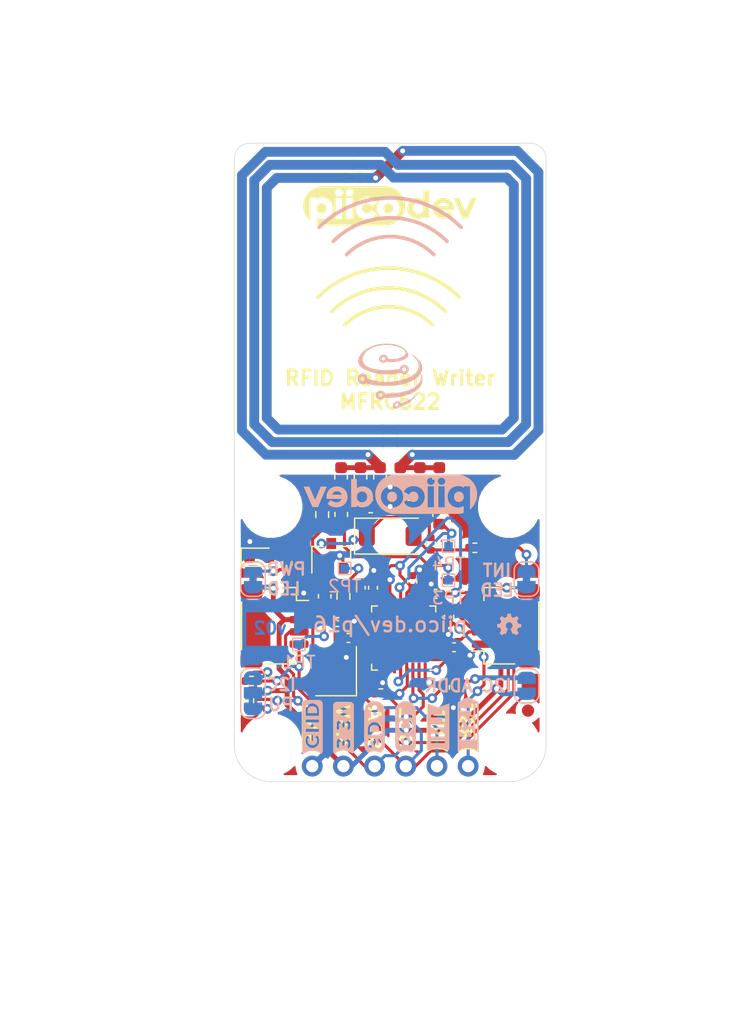
<source format=kicad_pcb>
(kicad_pcb (version 20171130) (host pcbnew "(5.1.12)-1")
  (title_block (date 2021-11-23))
  (layers (0 F.Cu signal) (31 B.Cu signal) (34 B.Paste user) (35 F.Paste user) (36 B.SilkS user) (37 F.SilkS user hide) (38 B.Mask user) (39 F.Mask user) (44 Edge.Cuts user))
  (net 0 "")
  (net 1 +3V3)
  (net 2 GND)
  (net 3 "Net-(D1-Pad2)")
  (net 4 /SCL)
  (net 5 /SDA)
  (net 6 "Net-(JP1-Pad2)")
  (net 7 "Net-(JP2-Pad1)")
  (net 8 "Net-(JP2-Pad3)")
  (net 9 "Net-(C1-Pad1)")
  (net 10 "Net-(C2-Pad2)")
  (net 11 "Net-(C2-Pad1)")
  (net 12 "Net-(C3-Pad2)")
  (net 13 "Net-(C4-Pad1)")
  (net 14 "Net-(C5-Pad1)")
  (net 15 "Net-(C6-Pad1)")
  (net 16 /INT)
  (net 17 "Net-(JP3-Pad2)")
  (net 18 "Net-(L1-Pad1)")
  (net 19 "Net-(L2-Pad1)")
  (net 20 "Net-(U1-Pad20)")
  (net 21 "Net-(U1-Pad19)")
  (net 22 "Net-(U1-Pad8)")
  (net 23 "Net-(U1-Pad7)")
  (net 24 /TURN4B)
  (net 25 /TURN1A)
  (net 26 /TURN5B)
  (net 27 /TURN6B)
  (net 28 /TURN5A)
  (net 29 /TURN6A)
  (net 30 /~RST)
  (net 31 "Net-(D2-Pad2)")
  (net 32 "Net-(D2-Pad1)")
  (net 33 "Net-(R11-Pad1)")
  (net 34 "Net-(JP4-Pad2)")
  (module Resistor_SMD:R_0402_1005Metric (layer F.Cu) (at 102.487 106.3625 270)
    (fp_text reference R6 hide)
    (fp_text value 10k)
    (pad 2 smd roundrect (at 0.51 0 270) (size 0.54 0.64) (layers F.Cu F.Paste F.Mask) (net 2 GND))
    (pad 1 smd roundrect (at -0.51 0 270) (size 0.54 0.64) (layers F.Cu F.Paste F.Mask) (net 34 "Net-(JP4-Pad2)"))
  )
  (module CoreElectronics_Components:SolderJumper-2_P1.3mm_Open_RoundedPad1.0x1.5mm (layer B.Cu) (at 108.3945 106.2355 90)
    (fp_text reference JP4 hide)
    (fp_text value SolderJumper_2_Open)
    (fp_text user "I2C ADDR" (at 0 -4.7625 180) (layer B.SilkS) (effects (font (thickness 0.2)) (justify mirror)))
    (pad 2 smd custom (at 0.65 0 90) (size 1 0.5) (layers B.Cu B.Mask) (net 34 "Net-(JP4-Pad2)") (options (clearance outline) (anchor rect)) (primitives (gr_circle (center 0 -0.25) (end 0.5 -0.25) (width 0)) (gr_circle (center 0 0.25) (end 0.5 0.25) (width 0)) (gr_poly (pts (xy 0 0.75) (xy -0.5 0.75) (xy -0.5 -0.75) (xy 0 -0.75)) (width 0))))
    (pad 1 smd custom (at -0.65 0 90) (size 1 0.5) (layers B.Cu B.Mask) (net 1 +3V3) (options (clearance outline) (anchor rect)) (primitives (gr_circle (center 0 -0.25) (end 0.5 -0.25) (width 0)) (gr_circle (center 0 0.25) (end 0.5 0.25) (width 0)) (gr_poly (pts (xy 0 0.75) (xy 0.5 0.75) (xy 0.5 -0.75) (xy 0 -0.75)) (width 0))))
  )
  (module Capacitor_SMD:C_0603_1608Metric (layer F.Cu) (at 98.1075 89.246 90)
    (fp_text reference C16 hide)
    (fp_text value "270p NP0 2%")
    (pad 2 smd roundrect (at 0.775 0 90) (size 0.9 0.95) (layers F.Cu F.Paste F.Mask) (net 27 /TURN6B))
    (pad 1 smd roundrect (at -0.775 0 90) (size 0.9 0.95) (layers F.Cu F.Paste F.Mask) (net 2 GND))
  )
  (module Capacitor_SMD:C_0603_1608Metric (layer F.Cu) (at 96.4565 89.246 270)
    (fp_text reference C15 hide)
    (fp_text value "270p NP0 2%")
    (pad 2 smd roundrect (at 0.775 0 270) (size 0.9 0.95) (layers F.Cu F.Paste F.Mask) (net 2 GND))
    (pad 1 smd roundrect (at -0.775 0 270) (size 0.9 0.95) (layers F.Cu F.Paste F.Mask) (net 25 /TURN1A))
  )
  (module CoreElectronics_Components:TestPoint_Pad_0.7x0.7mm (layer B.Cu) (at 102.0318 94.869)
    (fp_text reference TP4 (at 0 1.448) (layer B.SilkS) (effects (justify mirror)))
    (fp_text value TestPoint hide)
    (pad 1 smd rect (at 0 0) (size 0.7 0.7) (layers B.Cu B.Mask) (net 19 "Net-(L2-Pad1)"))
  )
  (module CoreElectronics_Components:TestPoint_Pad_0.7x0.7mm (layer B.Cu) (at 102.0318 97.6376)
    (fp_text reference TP3 (at 0 1.448) (layer B.SilkS) (effects (justify mirror)))
    (fp_text value TestPoint hide)
    (pad 1 smd rect (at 0 0) (size 0.7 0.7) (layers B.Cu B.Mask) (net 18 "Net-(L1-Pad1)"))
  )
  (module CoreElectronics_Components:TestPoint_Pad_0.7x0.7mm (layer B.Cu) (at 93.5736 96.6724)
    (fp_text reference TP2 (at 0 1.448) (layer B.SilkS) (effects (justify mirror)))
    (fp_text value TestPoint hide)
    (pad 1 smd rect (at 0 0) (size 0.7 0.7) (layers B.Cu B.Mask) (net 12 "Net-(C3-Pad2)"))
  )
  (module CoreElectronics_Components:TestPoint_Pad_0.7x0.7mm (layer B.Cu) (at 89.8398 102.87)
    (fp_text reference TP1 (at 0 1.448) (layer B.SilkS) (effects (justify mirror)))
    (fp_text value TestPoint hide)
    (pad 1 smd rect (at 0 0) (size 0.7 0.7) (layers B.Cu B.Mask) (net 10 "Net-(C2-Pad2)"))
  )
  (module Resistor_SMD:R_0402_1005Metric (layer F.Cu) (at 96.52 106.8705)
    (fp_text reference R11 hide)
    (fp_text value 120R)
    (pad 2 smd roundrect (at 0.51 0) (size 0.54 0.64) (layers F.Cu F.Paste F.Mask) (net 5 /SDA))
    (pad 1 smd roundrect (at -0.51 0) (size 0.54 0.64) (layers F.Cu F.Paste F.Mask) (net 33 "Net-(R11-Pad1)"))
  )
  (module CoreElectronics_Components:PiicoDev_header_4pin (layer B.Cu) (at 90.932 112.776 270)
    (fp_text reference J3)
    (fp_text value Conn_PiicoDev_header_01x04_Male)
    (pad 1 thru_hole circle (at 0 0 270) (size 1.7 1.7) (drill 1) (layers *.Cu *.Mask) (net 2 GND))
    (pad 2 thru_hole oval (at 0 -2.54 270) (size 1.7 1.7) (drill 1) (layers *.Cu *.Mask) (net 1 +3V3))
    (pad 3 thru_hole oval (at 0 -5.08 270) (size 1.7 1.7) (drill 1) (layers *.Cu *.Mask) (net 5 /SDA))
    (pad 4 thru_hole oval (at 0 -7.62 270) (size 1.7 1.7) (drill 1) (layers *.Cu *.Mask) (net 4 /SCL))
  )
  (module CoreElectronics_Components:PiicoDev_header_1pin (layer F.Cu) (at 103.632 112.776)
    (fp_text reference J4)
    (fp_text value Conn_01x01_Male hide)
    (pad 1 thru_hole circle (at 0 0) (size 1.7 1.7) (drill 1) (layers *.Cu *.Mask) (net 30 /~RST))
  )
  (module "PiicoDev RFID MFRC522:NetTie-2_SMD_Pad0.80mm" (layer B.Cu) (at 94.2436 64.8716)
    (fp_text reference NT11 hide)
    (fp_text value Net-Tie_2)
    (fp_poly (pts (xy -0.6 0.4) (xy 0.6 0.4) (xy 0.6 -0.4) (xy -0.6 -0.4)) (layer B.Cu) (width 0))
    (pad 2 smd circle (at 0.6 0) (size 0.8 0.8) (layers B.Cu) (net 27 /TURN6B))
    (pad 1 smd circle (at -0.6 0) (size 0.8 0.8) (layers B.Cu) (net 29 /TURN6A))
  )
  (module "PiicoDev RFID MFRC522:NetTie-2_SMD_Pad0.80mm" (layer B.Cu) (at 97.2916 85.3694 180)
    (fp_text reference NT10 hide)
    (fp_text value Net-Tie_2)
    (fp_poly (pts (xy -0.6 0.4) (xy 0.6 0.4) (xy 0.6 -0.4) (xy -0.6 -0.4)) (layer B.Cu) (width 0))
    (pad 2 smd circle (at 0.6 0 180) (size 0.8 0.8) (layers B.Cu) (net 29 /TURN6A))
    (pad 1 smd circle (at -0.6 0 180) (size 0.8 0.8) (layers B.Cu) (net 26 /TURN5B))
  )
  (module "PiicoDev RFID MFRC522:NetTie-2_SMD_Pad0.80mm" (layer B.Cu) (at 94.8436 63.8048)
    (fp_text reference NT9 hide)
    (fp_text value Net-Tie_2_Top)
    (fp_poly (pts (xy -0.6 0.4) (xy 0.6 0.4) (xy 0.6 -0.4) (xy -0.6 -0.4)) (layer B.Cu) (width 0))
    (pad 2 smd circle (at 0.6 0) (size 0.8 0.8) (layers B.Cu) (net 26 /TURN5B))
    (pad 1 smd circle (at -0.6 0) (size 0.8 0.8) (layers B.Cu) (net 28 /TURN5A))
  )
  (module "PiicoDev RFID MFRC522:NetTie-2_SMD_Pad0.80mm" (layer B.Cu) (at 95.457 62.746)
    (fp_text reference NT8 hide)
    (fp_text value Net-Tie_2_Top)
    (fp_poly (pts (xy -0.6 0.4) (xy 0.6 0.4) (xy 0.6 -0.4) (xy -0.6 -0.4)) (layer B.Cu) (width 0))
    (pad 2 smd circle (at 0.6 0) (size 0.8 0.8) (layers B.Cu) (net 24 /TURN4B))
    (pad 1 smd circle (at -0.6 0) (size 0.8 0.8) (layers B.Cu) (net 25 /TURN1A))
  )
  (module "PiicoDev RFID MFRC522:NetTie-2_SMD_Pad0.80mm" (layer B.Cu) (at 97.282 86.3854 180)
    (fp_text reference NT4 hide)
    (fp_text value Net-Tie_2)
    (fp_poly (pts (xy -0.6 0.4) (xy 0.6 0.4) (xy 0.6 -0.4) (xy -0.6 -0.4)) (layer B.Cu) (width 0))
    (pad 2 smd circle (at 0.6 0 180) (size 0.8 0.8) (layers B.Cu) (net 28 /TURN5A))
    (pad 1 smd circle (at -0.6 0 180) (size 0.8 0.8) (layers B.Cu) (net 24 /TURN4B))
  )
  (module Inductor_SMD:L_0603_1608Metric (layer F.Cu) (at 101.2698 92.2782 90)
    (fp_text reference L2 hide)
    (fp_text value 1uH)
    (pad 2 smd roundrect (at 0.7875 0 90) (size 0.875 0.95) (layers F.Cu F.Paste F.Mask) (net 15 "Net-(C6-Pad1)"))
    (pad 1 smd roundrect (at -0.7875 0 90) (size 0.875 0.95) (layers F.Cu F.Paste F.Mask) (net 19 "Net-(L2-Pad1)"))
  )
  (module Inductor_SMD:L_0603_1608Metric (layer F.Cu) (at 93.2942 92.2783 90)
    (fp_text reference L1 hide)
    (fp_text value 1uH)
    (pad 2 smd roundrect (at 0.7875 0 90) (size 0.875 0.95) (layers F.Cu F.Paste F.Mask) (net 14 "Net-(C5-Pad1)"))
    (pad 1 smd roundrect (at -0.7875 0 90) (size 0.875 0.95) (layers F.Cu F.Paste F.Mask) (net 18 "Net-(L1-Pad1)"))
  )
  (module Resistor_SMD:R_0402_1005Metric (layer F.Cu) (at 100.584 94.6912 90)
    (fp_text reference R10 hide)
    (fp_text value 4k7)
    (pad 2 smd roundrect (at 0.51 0 90) (size 0.54 0.64) (layers F.Cu F.Paste F.Mask) (net 32 "Net-(D2-Pad1)"))
    (pad 1 smd roundrect (at -0.51 0 90) (size 0.54 0.64) (layers F.Cu F.Paste F.Mask) (net 31 "Net-(D2-Pad2)"))
  )
  (module "PiicoDev RFID MFRC522:Label_Reset_Bar" (layer B.Cu) (at 103.632 109.347 90)
    (fp_text reference G5 hide)
    (fp_text value Label_PCB_Art hide)
  )
  (module "PiicoDev RFID MFRC522:Label_Reset_Bar_Reverse Arrow" (layer F.Cu) (at 103.632 109.474 270)
    (fp_text reference G4 hide)
    (fp_text value Label_PCB_Art hide)
  )
  (module Package_TO_SOT_SMD:SOT-23 (layer F.Cu) (at 92.482 95.646 90)
    (fp_text reference Q1 hide)
    (fp_text value BSS138)
    (pad 3 smd rect (at 1 0 90) (size 0.9 0.8) (layers F.Cu F.Paste F.Mask) (net 32 "Net-(D2-Pad1)"))
    (pad 2 smd rect (at -1 0.95 90) (size 0.9 0.8) (layers F.Cu F.Paste F.Mask) (net 2 GND))
    (pad 1 smd rect (at -1 -0.95 90) (size 0.9 0.8) (layers F.Cu F.Paste F.Mask) (net 16 /INT))
  )
  (module Connector_JST:JST_SH_SM04B-SRSS-TB_1x04-1MP_P1.00mm_Horizontal (layer F.Cu) (at 87.8586 101.346 270)
    (fp_text reference J1 hide)
    (fp_text value " " hide)
    (pad MP smd roundrect (at 2.8 1.875 270) (size 1.2 1.8) (layers F.Cu F.Paste F.Mask) (roundrect_rratio 0.2083325))
    (pad MP smd roundrect (at -2.8 1.875 270) (size 1.2 1.8) (layers F.Cu F.Paste F.Mask) (roundrect_rratio 0.2083325))
    (pad 4 smd roundrect (at 1.5 -2 270) (size 0.6 1.55) (layers F.Cu F.Paste F.Mask) (net 4 /SCL))
    (pad 3 smd roundrect (at 0.5 -2 270) (size 0.6 1.55) (layers F.Cu F.Paste F.Mask) (net 5 /SDA))
    (pad 2 smd roundrect (at -0.5 -2 270) (size 0.6 1.55) (layers F.Cu F.Paste F.Mask) (net 1 +3V3))
    (pad 1 smd roundrect (at -1.5 -2 270) (size 0.6 1.55) (layers F.Cu F.Paste F.Mask) (net 2 GND))
  )
  (module CoreElectronics_Components:Fiducial_1mm_Mask2mm_No_Courtyard (layer F.Cu) (at 89.3064 94.2594)
    (fp_text reference FID2 hide)
    (fp_text value Fiducial hide)
    (pad "" smd circle (at 0 0) (size 1 1) (layers F.Cu F.Mask) (clearance 0.5))
  )
  (module CoreElectronics_Components:Fiducial_1mm_Mask2mm_No_Courtyard (layer F.Cu) (at 108.5088 108.2548)
    (fp_text reference FID1 hide)
    (fp_text value Fiducial hide)
    (pad "" smd circle (at 0 0) (size 1 1) (layers F.Cu F.Mask) (clearance 0.5))
  )
  (module Crystal:Crystal_SMD_TXC_7M-4Pin_3.2x2.5mm (layer F.Cu) (at 92.882 105.046 90)
    (fp_text reference Y1 hide)
    (fp_text value "27.12MHz 12pF")
    (pad 4 smd rect (at -1.1 -0.85 90) (size 1.4 1.2) (layers F.Cu F.Paste F.Mask) (net 2 GND))
    (pad 3 smd rect (at 1.1 -0.85 90) (size 1.4 1.2) (layers F.Cu F.Paste F.Mask) (net 9 "Net-(C1-Pad1)"))
    (pad 2 smd rect (at 1.1 0.85 90) (size 1.4 1.2) (layers F.Cu F.Paste F.Mask) (net 2 GND))
    (pad 1 smd rect (at -1.1 0.85 90) (size 1.4 1.2) (layers F.Cu F.Paste F.Mask) (net 13 "Net-(C4-Pad1)"))
  )
  (module Resistor_SMD:R_0402_1005Metric (layer F.Cu) (at 102.082 100.646 270)
    (fp_text reference R9 hide)
    (fp_text value 10k)
    (pad 2 smd roundrect (at 0.51 0 270) (size 0.54 0.64) (layers F.Cu F.Paste F.Mask) (net 30 /~RST))
    (pad 1 smd roundrect (at -0.51 0 270) (size 0.54 0.64) (layers F.Cu F.Paste F.Mask) (net 1 +3V3))
  )
  (module Capacitor_SMD:C_0402_1005Metric (layer F.Cu) (at 102.482 103.096)
    (fp_text reference C14 hide)
    (fp_text value 100n)
    (pad 2 smd roundrect (at 0.48 0) (size 0.56 0.62) (layers F.Cu F.Paste F.Mask) (net 2 GND))
    (pad 1 smd roundrect (at -0.48 0) (size 0.56 0.62) (layers F.Cu F.Paste F.Mask) (net 1 +3V3))
  )
  (module Package_DFN_QFN:VQFN-32-1EP_5x5mm_P0.5mm_EP3.1x3.1mm (layer F.Cu) (at 98.382 102.346 180)
    (fp_text reference U1 hide)
    (fp_text value MFRC522)
    (pad 33 smd rect (at 0 0 180) (size 3.1 3.1) (layers F.Cu F.Mask))
    (pad 32 smd roundrect (at -1.75 -2.4375 180) (size 0.25 0.875) (layers F.Cu F.Paste F.Mask) (net 2 GND))
    (pad 31 smd roundrect (at -1.25 -2.4375 180) (size 0.25 0.875) (layers F.Cu F.Paste F.Mask) (net 4 /SCL))
    (pad 30 smd roundrect (at -0.75 -2.4375 180) (size 0.25 0.875) (layers F.Cu F.Paste F.Mask) (net 34 "Net-(JP4-Pad2)"))
    (pad 29 smd roundrect (at -0.25 -2.4375 180) (size 0.25 0.875) (layers F.Cu F.Paste F.Mask) (net 2 GND))
    (pad 28 smd roundrect (at 0.25 -2.4375 180) (size 0.25 0.875) (layers F.Cu F.Paste F.Mask) (net 1 +3V3))
    (pad 27 smd roundrect (at 0.75 -2.4375 180) (size 0.25 0.875) (layers F.Cu F.Paste F.Mask) (net 2 GND))
    (pad 26 smd roundrect (at 1.25 -2.4375 180) (size 0.25 0.875) (layers F.Cu F.Paste F.Mask) (net 2 GND))
    (pad 25 smd roundrect (at 1.75 -2.4375 180) (size 0.25 0.875) (layers F.Cu F.Paste F.Mask) (net 2 GND))
    (pad 24 smd roundrect (at 2.4375 -1.75 180) (size 0.875 0.25) (layers F.Cu F.Paste F.Mask) (net 33 "Net-(R11-Pad1)"))
    (pad 23 smd roundrect (at 2.4375 -1.25 180) (size 0.875 0.25) (layers F.Cu F.Paste F.Mask) (net 16 /INT))
    (pad 22 smd roundrect (at 2.4375 -0.75 180) (size 0.875 0.25) (layers F.Cu F.Paste F.Mask) (net 13 "Net-(C4-Pad1)"))
    (pad 21 smd roundrect (at 2.4375 -0.25 180) (size 0.875 0.25) (layers F.Cu F.Paste F.Mask) (net 9 "Net-(C1-Pad1)"))
    (pad 20 smd roundrect (at 2.4375 0.25 180) (size 0.875 0.25) (layers F.Cu F.Paste F.Mask) (net 20 "Net-(U1-Pad20)"))
    (pad 19 smd roundrect (at 2.4375 0.75 180) (size 0.875 0.25) (layers F.Cu F.Paste F.Mask) (net 21 "Net-(U1-Pad19)"))
    (pad 18 smd roundrect (at 2.4375 1.25 180) (size 0.875 0.25) (layers F.Cu F.Paste F.Mask) (net 2 GND))
    (pad 17 smd roundrect (at 2.4375 1.75 180) (size 0.875 0.25) (layers F.Cu F.Paste F.Mask) (net 10 "Net-(C2-Pad2)"))
    (pad 16 smd roundrect (at 1.75 2.4375 180) (size 0.25 0.875) (layers F.Cu F.Paste F.Mask) (net 12 "Net-(C3-Pad2)"))
    (pad 15 smd roundrect (at 1.25 2.4375 180) (size 0.25 0.875) (layers F.Cu F.Paste F.Mask) (net 1 +3V3))
    (pad 14 smd roundrect (at 0.75 2.4375 180) (size 0.25 0.875) (layers F.Cu F.Paste F.Mask) (net 2 GND))
    (pad 13 smd roundrect (at 0.25 2.4375 180) (size 0.25 0.875) (layers F.Cu F.Paste F.Mask) (net 19 "Net-(L2-Pad1)"))
    (pad 12 smd roundrect (at -0.25 2.4375 180) (size 0.25 0.875) (layers F.Cu F.Paste F.Mask) (net 1 +3V3))
    (pad 11 smd roundrect (at -0.75 2.4375 180) (size 0.25 0.875) (layers F.Cu F.Paste F.Mask) (net 18 "Net-(L1-Pad1)"))
    (pad 10 smd roundrect (at -1.25 2.4375 180) (size 0.25 0.875) (layers F.Cu F.Paste F.Mask) (net 2 GND))
    (pad 9 smd roundrect (at -1.75 2.4375 180) (size 0.25 0.875) (layers F.Cu F.Paste F.Mask) (net 1 +3V3))
    (pad 8 smd roundrect (at -2.4375 1.75 180) (size 0.875 0.25) (layers F.Cu F.Paste F.Mask) (net 22 "Net-(U1-Pad8)"))
    (pad 7 smd roundrect (at -2.4375 1.25 180) (size 0.875 0.25) (layers F.Cu F.Paste F.Mask) (net 23 "Net-(U1-Pad7)"))
    (pad 6 smd roundrect (at -2.4375 0.75 180) (size 0.875 0.25) (layers F.Cu F.Paste F.Mask) (net 30 /~RST))
    (pad 5 smd roundrect (at -2.4375 0.25 180) (size 0.875 0.25) (layers F.Cu F.Paste F.Mask) (net 2 GND))
    (pad 4 smd roundrect (at -2.4375 -0.25 180) (size 0.875 0.25) (layers F.Cu F.Paste F.Mask) (net 2 GND))
    (pad 3 smd roundrect (at -2.4375 -0.75 180) (size 0.875 0.25) (layers F.Cu F.Paste F.Mask) (net 1 +3V3))
    (pad 2 smd roundrect (at -2.4375 -1.25 180) (size 0.875 0.25) (layers F.Cu F.Paste F.Mask) (net 1 +3V3))
    (pad 1 smd roundrect (at -2.4375 -1.75 180) (size 0.875 0.25) (layers F.Cu F.Paste F.Mask) (net 1 +3V3))
  )
  (module Resistor_SMD:R_0402_1005Metric (layer F.Cu) (at 104.182 94.996 180)
    (fp_text reference R8 hide)
    (fp_text value 4k7)
    (pad 2 smd roundrect (at 0.51 0 180) (size 0.54 0.64) (layers F.Cu F.Paste F.Mask) (net 31 "Net-(D2-Pad2)"))
    (pad 1 smd roundrect (at -0.51 0 180) (size 0.54 0.64) (layers F.Cu F.Paste F.Mask) (net 17 "Net-(JP3-Pad2)"))
  )
  (module Resistor_SMD:R_0603_1608Metric (layer F.Cu) (at 91.7448 92.296 90)
    (fp_text reference R5 hide)
    (fp_text value 470R)
    (pad 2 smd roundrect (at 0.825 0 90) (size 0.8 0.95) (layers F.Cu F.Paste F.Mask) (net 14 "Net-(C5-Pad1)"))
    (pad 1 smd roundrect (at -0.825 0 90) (size 0.8 0.95) (layers F.Cu F.Paste F.Mask) (net 11 "Net-(C2-Pad1)"))
  )
  (module Resistor_SMD:R_0603_1608Metric (layer F.Cu) (at 93.472 98.946 90)
    (fp_text reference R4 hide)
    (fp_text value 820R)
    (pad 2 smd roundrect (at 0.825 0 90) (size 0.8 0.95) (layers F.Cu F.Paste F.Mask) (net 12 "Net-(C3-Pad2)"))
    (pad 1 smd roundrect (at -0.825 0 90) (size 0.8 0.95) (layers F.Cu F.Paste F.Mask) (net 10 "Net-(C2-Pad2)"))
  )
  (module CoreElectronics_Components:SolderJumper-2_P1.3mm_Bridged_RoundedPad1.0x1.5mm (layer B.Cu) (at 108.382 97.546 90)
    (fp_text reference JP3 hide)
    (fp_text value SolderJumper_2_Bridged)
    (fp_poly (pts (xy 0.25 0.3) (xy -0.25 0.3) (xy -0.25 -0.3) (xy 0.25 -0.3)) (layer B.Cu) (width 0))
    (pad 1 smd custom (at -0.65 0 90) (size 1 0.5) (layers B.Cu B.Mask) (net 1 +3V3) (options (clearance outline) (anchor rect)) (primitives (gr_circle (center 0 -0.25) (end 0.5 -0.25) (width 0)) (gr_circle (center 0 0.25) (end 0.5 0.25) (width 0)) (gr_poly (pts (xy 0 0.75) (xy 0.5 0.75) (xy 0.5 -0.75) (xy 0 -0.75)) (width 0))))
    (pad 2 smd custom (at 0.65 0 90) (size 1 0.5) (layers B.Cu B.Mask) (net 17 "Net-(JP3-Pad2)") (options (clearance outline) (anchor rect)) (primitives (gr_circle (center 0 -0.25) (end 0.5 -0.25) (width 0)) (gr_circle (center 0 0.25) (end 0.5 0.25) (width 0)) (gr_poly (pts (xy 0 0.75) (xy -0.5 0.75) (xy -0.5 -0.75) (xy 0 -0.75)) (width 0))))
  )
  (module CoreElectronics_Components:PiicoDev_header_1pin_INT_uninverted (layer F.Cu) (at 101.092 112.776 270)
    (fp_text reference J5 hide)
    (fp_text value Conn_01x01_Male hide)
    (pad 1 thru_hole circle (at 0 0 270) (size 1.7 1.7) (drill 1) (layers *.Cu *.Mask) (net 16 /INT))
  )
  (module CoreElectronics_Components:LED_1206_3216Metric_ReverseMount_Hole1.8x2.4mm (layer F.Cu) (at 97.282 94.046)
    (fp_text reference D2 hide)
    (fp_text value LED hide)
    (pad "" np_thru_hole oval (at 0 0) (size 2.1 2.4) (drill oval 2.1 2.4) (layers *.Cu *.Mask))
    (pad 2 smd roundrect (at 1.9 0) (size 1.3 1.6) (layers F.Cu F.Paste F.Mask) (roundrect_rratio 0.2) (net 31 "Net-(D2-Pad2)"))
    (pad 1 smd roundrect (at -1.9 0) (size 1.3 1.6) (layers F.Cu F.Paste F.Mask) (roundrect_rratio 0.2) (net 32 "Net-(D2-Pad1)"))
  )
  (module Capacitor_SMD:C_0402_1005Metric (layer F.Cu) (at 95.882 98.246 90)
    (fp_text reference C13 hide)
    (fp_text value 100n)
    (pad 2 smd roundrect (at 0.48 0 90) (size 0.56 0.62) (layers F.Cu F.Paste F.Mask) (net 2 GND))
    (pad 1 smd roundrect (at -0.48 0 90) (size 0.56 0.62) (layers F.Cu F.Paste F.Mask) (net 1 +3V3))
  )
  (module Capacitor_SMD:C_0402_1005Metric (layer F.Cu) (at 100.982 98.746 180)
    (fp_text reference C12 hide)
    (fp_text value 100n)
    (pad 2 smd roundrect (at 0.48 0 180) (size 0.56 0.62) (layers F.Cu F.Paste F.Mask) (net 2 GND))
    (pad 1 smd roundrect (at -0.48 0 180) (size 0.56 0.62) (layers F.Cu F.Paste F.Mask) (net 1 +3V3))
  )
  (module Capacitor_SMD:C_0402_1005Metric (layer F.Cu) (at 99.082 97.746 90)
    (fp_text reference C11 hide)
    (fp_text value 100n)
    (pad 2 smd roundrect (at 0.48 0 90) (size 0.56 0.62) (layers F.Cu F.Paste F.Mask) (net 2 GND))
    (pad 1 smd roundrect (at -0.48 0 90) (size 0.56 0.62) (layers F.Cu F.Paste F.Mask) (net 1 +3V3))
  )
  (module Capacitor_SMD:C_0603_1608Metric (layer F.Cu) (at 99.695 89.246 90)
    (fp_text reference C10 hide)
    (fp_text value "270p NP0 2%")
    (pad 2 smd roundrect (at 0.775 0 90) (size 0.9 0.95) (layers F.Cu F.Paste F.Mask) (net 27 /TURN6B))
    (pad 1 smd roundrect (at -0.775 0 90) (size 0.9 0.95) (layers F.Cu F.Paste F.Mask) (net 2 GND))
  )
  (module Capacitor_SMD:C_0603_1608Metric (layer F.Cu) (at 94.869 89.246 270)
    (fp_text reference C9 hide)
    (fp_text value "270p NP0 2%")
    (pad 2 smd roundrect (at 0.775 0 270) (size 0.9 0.95) (layers F.Cu F.Paste F.Mask) (net 2 GND))
    (pad 1 smd roundrect (at -0.775 0 270) (size 0.9 0.95) (layers F.Cu F.Paste F.Mask) (net 25 /TURN1A))
  )
  (module Capacitor_SMD:C_0603_1608Metric (layer F.Cu) (at 101.2825 89.246 270)
    (fp_text reference C8 hide)
    (fp_text value 56p)
    (pad 2 smd roundrect (at 0.775 0 270) (size 0.9 0.95) (layers F.Cu F.Paste F.Mask) (net 15 "Net-(C6-Pad1)"))
    (pad 1 smd roundrect (at -0.775 0 270) (size 0.9 0.95) (layers F.Cu F.Paste F.Mask) (net 27 /TURN6B))
  )
  (module Capacitor_SMD:C_0603_1608Metric (layer F.Cu) (at 93.2815 89.246 270)
    (fp_text reference C7 hide)
    (fp_text value 56p)
    (pad 2 smd roundrect (at 0.775 0 270) (size 0.9 0.95) (layers F.Cu F.Paste F.Mask) (net 14 "Net-(C5-Pad1)"))
    (pad 1 smd roundrect (at -0.775 0 270) (size 0.9 0.95) (layers F.Cu F.Paste F.Mask) (net 25 /TURN1A))
  )
  (module Capacitor_SMD:C_0603_1608Metric (layer F.Cu) (at 98.8695 91.6305 180)
    (fp_text reference C6 hide)
    (fp_text value "62p NP0 2%")
    (pad 2 smd roundrect (at 0.775 0 180) (size 0.9 0.95) (layers F.Cu F.Paste F.Mask) (net 2 GND))
    (pad 1 smd roundrect (at -0.775 0 180) (size 0.9 0.95) (layers F.Cu F.Paste F.Mask) (net 15 "Net-(C6-Pad1)"))
  )
  (module Capacitor_SMD:C_0603_1608Metric (layer F.Cu) (at 95.6945 91.6305)
    (fp_text reference C5 hide)
    (fp_text value "62p NP0 2%")
    (pad 2 smd roundrect (at 0.775 0) (size 0.9 0.95) (layers F.Cu F.Paste F.Mask) (net 2 GND))
    (pad 1 smd roundrect (at -0.775 0) (size 0.9 0.95) (layers F.Cu F.Paste F.Mask) (net 14 "Net-(C5-Pad1)"))
  )
  (module Capacitor_SMD:C_0402_1005Metric (layer F.Cu) (at 93.882 102.346 180)
    (fp_text reference C4 hide)
    (fp_text value "22p NP0")
    (pad 2 smd roundrect (at 0.48 0 180) (size 0.56 0.62) (layers F.Cu F.Paste F.Mask) (net 2 GND))
    (pad 1 smd roundrect (at -0.48 0 180) (size 0.56 0.62) (layers F.Cu F.Paste F.Mask) (net 13 "Net-(C4-Pad1)"))
  )
  (module Capacitor_SMD:C_0402_1005Metric (layer F.Cu) (at 94.882 98.246 270)
    (fp_text reference C3 hide)
    (fp_text value "100n X7R 10%")
    (pad 2 smd roundrect (at 0.48 0 270) (size 0.56 0.62) (layers F.Cu F.Paste F.Mask) (net 12 "Net-(C3-Pad2)"))
    (pad 1 smd roundrect (at -0.48 0 270) (size 0.56 0.62) (layers F.Cu F.Paste F.Mask) (net 2 GND))
  )
  (module Capacitor_SMD:C_0603_1608Metric (layer F.Cu) (at 91.948 98.946 270)
    (fp_text reference C2 hide)
    (fp_text value "1n NP0 10%")
    (pad 2 smd roundrect (at 0.775 0 270) (size 0.9 0.95) (layers F.Cu F.Paste F.Mask) (net 10 "Net-(C2-Pad2)"))
    (pad 1 smd roundrect (at -0.775 0 270) (size 0.9 0.95) (layers F.Cu F.Paste F.Mask) (net 11 "Net-(C2-Pad1)"))
  )
  (module Capacitor_SMD:C_0402_1005Metric (layer F.Cu) (at 92.982 101.046)
    (fp_text reference C1 hide)
    (fp_text value "22p NP0")
    (pad 2 smd roundrect (at 0.48 0) (size 0.56 0.62) (layers F.Cu F.Paste F.Mask) (net 2 GND))
    (pad 1 smd roundrect (at -0.48 0) (size 0.56 0.62) (layers F.Cu F.Paste F.Mask) (net 9 "Net-(C1-Pad1)"))
  )
  (module CoreElectronics_Components:MountingHole_2.7mm_M2.5_PadClearance_1.2 (layer F.Cu) (at 106.982 111.046)
    (fp_text reference H4 hide)
    (fp_text value MountingHole hide)
    (pad 1 np_thru_hole circle (at 0 0) (size 2.7 2.7) (drill 2.7) (layers *.Cu *.Mask))
  )
  (module CoreElectronics_Components:MountingHole_2.7mm_M2.5_PadClearance_1.2 (layer F.Cu) (at 87.582 111.046)
    (fp_text reference H3 hide)
    (fp_text value MountingHole hide)
    (pad 1 np_thru_hole circle (at 0 0) (size 2.7 2.7) (drill 2.7) (layers *.Cu *.Mask))
  )
  (module CoreElectronics_Components:SolderJumper-3_P1.3mm_Closed_RoundedPad1.0x1.5mm_NumberLabels (layer B.Cu) (at 86.106 106.846 90)
    (fp_text reference JP2 hide)
    (fp_text value "I2C PU")
    (fp_poly (pts (xy 0.8 -0.3) (xy -0.8 -0.3) (xy -0.8 0.3) (xy 0.8 0.3)) (layer B.Cu) (width 0.1))
    (pad 2 smd rect (at 0 0 90) (size 1 1.5) (layers B.Cu B.Mask) (net 1 +3V3))
    (pad 3 smd custom (at 1.3 0 90) (size 1 0.5) (layers B.Cu B.Mask) (net 8 "Net-(JP2-Pad3)") (options (clearance outline) (anchor rect)) (primitives (gr_circle (center 0 -0.25) (end 0.5 -0.25) (width 0)) (gr_circle (center 0 0.25) (end 0.5 0.25) (width 0)) (gr_poly (pts (xy -0.55 0.75) (xy 0 0.75) (xy 0 -0.75) (xy -0.55 -0.75)) (width 0))))
    (pad 1 smd custom (at -1.3 0 90) (size 1 0.5) (layers B.Cu B.Mask) (net 7 "Net-(JP2-Pad1)") (options (clearance outline) (anchor rect)) (primitives (gr_circle (center 0 -0.25) (end 0.5 -0.25) (width 0)) (gr_circle (center 0 0.25) (end 0.5 0.25) (width 0)) (gr_poly (pts (xy 0.55 0.75) (xy 0 0.75) (xy 0 -0.75) (xy 0.55 -0.75)) (width 0))))
  )
  (module CoreElectronics_Components:SolderJumper-2_P1.3mm_Bridged_RoundedPad1.0x1.5mm (layer B.Cu) (at 86.106 97.551 90)
    (fp_text reference JP1 hide)
    (fp_text value LED)
    (fp_poly (pts (xy 0.25 0.3) (xy -0.25 0.3) (xy -0.25 -0.3) (xy 0.25 -0.3)) (layer B.Cu) (width 0))
    (pad 1 smd custom (at -0.65 0 90) (size 1 0.5) (layers B.Cu B.Mask) (net 1 +3V3) (options (clearance outline) (anchor rect)) (primitives (gr_circle (center 0 -0.25) (end 0.5 -0.25) (width 0)) (gr_circle (center 0 0.25) (end 0.5 0.25) (width 0)) (gr_poly (pts (xy 0 0.75) (xy 0.5 0.75) (xy 0.5 -0.75) (xy 0 -0.75)) (width 0))))
    (pad 2 smd custom (at 0.65 0 90) (size 1 0.5) (layers B.Cu B.Mask) (net 6 "Net-(JP1-Pad2)") (options (clearance outline) (anchor rect)) (primitives (gr_circle (center 0 -0.25) (end 0.5 -0.25) (width 0)) (gr_circle (center 0 0.25) (end 0.5 0.25) (width 0)) (gr_poly (pts (xy 0 0.75) (xy -0.5 0.75) (xy -0.5 -0.75) (xy 0 -0.75)) (width 0))))
  )
  (module CoreElectronics_Components:MountingHole_2.7mm_M2.5_PadClearance_1.2 (layer F.Cu) (at 87.582 91.646)
    (fp_text reference H1 hide)
    (fp_text value MountingHole hide)
    (pad 1 np_thru_hole circle (at 0 0) (size 2.7 2.7) (drill 2.7) (layers *.Cu *.Mask))
  )
  (module CoreElectronics_Artwork:oshw (layer B.Cu) (at 106.982 101.246 180)
    (fp_text reference LOGO1 hide)
    (fp_text value Logo_Open_Hardware_Small hide)
  )
  (module CoreElectronics_Artwork:piicodev_logo_14.2x3.4mm (layer B.Cu) (at 97.282 90.746 180)
    (fp_text reference G3 hide)
    (fp_text value LOGO_made-with-love hide)
  )
  (module CoreElectronics_Artwork:CoreElectronics_logo_5mm (layer B.Cu) (at 97.282 81.026 180)
    (fp_text reference G2 hide)
    (fp_text value LOGO_CoreElectronics_no-text hide)
  )
  (module CoreElectronics_Artwork:piicodev_logo_14.2x3.4mm (layer F.Cu) (at 97.282 67.246)
    (fp_text reference G1 hide)
    (fp_text value LOGO_PiicoDev hide)
  )
  (module Resistor_SMD:R_0402_1005Metric (layer F.Cu) (at 85.982 105.846)
    (fp_text reference R2 hide)
    (fp_text value 10k)
    (pad 2 smd roundrect (at 0.51 0) (size 0.54 0.64) (layers F.Cu F.Paste F.Mask) (net 4 /SCL))
    (pad 1 smd roundrect (at -0.51 0) (size 0.54 0.64) (layers F.Cu F.Paste F.Mask) (net 8 "Net-(JP2-Pad3)"))
  )
  (module CoreElectronics_Components:MountingHole_2.7mm_M2.5_PadClearance_1.2 (layer F.Cu) (at 106.982 91.646)
    (fp_text reference H2 hide)
    (fp_text value MountingHole hide)
    (pad 1 np_thru_hole circle (at 0 0) (size 2.7 2.7) (drill 2.7) (layers *.Cu *.Mask))
  )
  (module LED_SMD:LED_0603_1608Metric (layer F.Cu) (at 86.614 95.758)
    (fp_text reference D1 hide)
    (fp_text value LED hide)
    (pad 2 smd roundrect (at 0.7875 0) (size 0.875 0.95) (layers F.Cu F.Paste F.Mask) (net 3 "Net-(D1-Pad2)"))
    (pad 1 smd roundrect (at -0.7875 0) (size 0.875 0.95) (layers F.Cu F.Paste F.Mask) (net 2 GND))
  )
  (module Resistor_SMD:R_0402_1005Metric (layer F.Cu) (at 88.9 96.266 90)
    (fp_text reference R1 hide)
    (fp_text value 10k)
    (pad 2 smd roundrect (at 0.51 0 90) (size 0.54 0.64) (layers F.Cu F.Paste F.Mask) (net 3 "Net-(D1-Pad2)"))
    (pad 1 smd roundrect (at -0.51 0 90) (size 0.54 0.64) (layers F.Cu F.Paste F.Mask) (net 6 "Net-(JP1-Pad2)"))
  )
  (module Resistor_SMD:R_0402_1005Metric (layer F.Cu) (at 85.782 107.446 90)
    (fp_text reference R3 hide)
    (fp_text value 10k)
    (pad 2 smd roundrect (at 0.51 0 90) (size 0.54 0.64) (layers F.Cu F.Paste F.Mask) (net 5 /SDA))
    (pad 1 smd roundrect (at -0.51 0 90) (size 0.54 0.64) (layers F.Cu F.Paste F.Mask) (net 7 "Net-(JP2-Pad1)"))
  )
  (module Connector_JST:JST_SH_SM04B-SRSS-TB_1x04-1MP_P1.00mm_Horizontal (layer F.Cu) (at 106.7054 101.346 90)
    (fp_text reference J2 hide)
    (fp_text value " " hide)
    (pad MP smd roundrect (at 2.8 1.875 90) (size 1.2 1.8) (layers F.Cu F.Paste F.Mask) (roundrect_rratio 0.2083325))
    (pad MP smd roundrect (at -2.8 1.875 90) (size 1.2 1.8) (layers F.Cu F.Paste F.Mask) (roundrect_rratio 0.2083325))
    (pad 4 smd roundrect (at 1.5 -2 90) (size 0.6 1.55) (layers F.Cu F.Paste F.Mask) (net 4 /SCL))
    (pad 3 smd roundrect (at 0.5 -2 90) (size 0.6 1.55) (layers F.Cu F.Paste F.Mask) (net 5 /SDA))
    (pad 2 smd roundrect (at -0.5 -2 90) (size 0.6 1.55) (layers F.Cu F.Paste F.Mask) (net 1 +3V3))
    (pad 1 smd roundrect (at -1.5 -2 90) (size 0.6 1.55) (layers F.Cu F.Paste F.Mask) (net 2 GND))
  )
  (gr_arc (start 97.155 80.391) (end 102.936638 74.609362) (angle -90) (layer F.SilkS) (width 0.3))
  (gr_arc (start 97.155 80.391) (end 101.790934 75.755066) (angle -90) (layer F.SilkS) (width 0.3))
  (gr_arc (start 97.155 80.391) (end 100.710999 76.835001) (angle -90) (layer F.SilkS) (width 0.3))
  (gr_arc (start 97.282 74.676) (end 103.063638 68.894362) (angle -90) (layer B.SilkS) (width 0.3))
  (gr_arc (start 97.282 74.676) (end 101.917934 70.040066) (angle -90) (layer B.SilkS) (width 0.3))
  (gr_arc (start 97.282 74.676) (end 100.837999 71.120001) (angle -90) (layer B.SilkS) (width 0.3))
  (gr_text "RFID Reader Writer\nMFRC522" (at 97.282 82.146) (layer F.SilkS) (effects (font (size 1.2 1.2) (thickness 0.25))))
  (gr_text "INT\nLED" (at 105.982 97.646) (layer B.SilkS) (effects (font (size 1 1) (thickness 0.2)) (justify mirror)))
  (gr_text piico.dev/p16 (at 97.282 101.246) (layer B.SilkS) (effects (font (size 1.2 1.2) (thickness 0.2)) (justify mirror)))
  (gr_arc (start 106.982 111.046) (end 106.982 114.046) (angle -90) (layer Edge.Cuts) (width 0.05))
  (gr_arc (start 87.582 111.046) (end 84.582 111.046) (angle -90) (layer Edge.Cuts) (width 0.05))
  (gr_arc (start 108.712 63.316) (end 109.982 63.316) (angle -90) (layer Edge.Cuts) (width 0.05))
  (gr_arc (start 85.852 63.316) (end 85.852 62.046) (angle -90) (layer Edge.Cuts) (width 0.05))
  (gr_line (start 106.982 114.046) (end 87.582 114.046) (layer Edge.Cuts) (width 0.05))
  (gr_line (start 109.982 63.316) (end 109.982 111.046) (layer Edge.Cuts) (width 0.05))
  (gr_line (start 85.852 62.046) (end 108.712 62.046) (layer Edge.Cuts) (width 0.05))
  (gr_line (start 84.582 111.046) (end 84.582 63.316) (layer Edge.Cuts) (width 0.05))
  (gr_text "PWR\nLED" (at 87.122 97.536) (layer B.SilkS) (effects (font (size 1 1) (thickness 0.2)) (justify right mirror)))
  (gr_text "I2C\nPU" (at 88.382 106.946) (layer B.SilkS) (effects (font (size 1 1) (thickness 0.2)) (justify mirror)))
  (gr_text v02 (at 87.503 101.5365) (layer B.Cu) (effects (font (size 1 1) (thickness 0.2)) (justify mirror)))
  (segment (start 86.106 98.201) (end 87.152 98.201) (width 0.4) (layer B.Cu) (net 1))
  (segment (start 88.654 100.846) (end 89.8586 100.846) (width 0.4) (layer F.Cu) (net 1))
  (segment (start 87.757 99.949) (end 88.654 100.846) (width 0.4) (layer F.Cu) (net 1))
  (via (at 87.757 98.298) (size 0.8) (drill 0.4) (layers F.Cu B.Cu) (net 1))
  (segment (start 87.66 98.201) (end 87.757 98.298) (width 0.4) (layer B.Cu) (net 1))
  (segment (start 87.152 98.201) (end 87.66 98.201) (width 0.4) (layer B.Cu) (net 1))
  (segment (start 87.757 98.298) (end 87.757 99.949) (width 0.4) (layer F.Cu) (net 1))
  (segment (start 88.88358 107.80658) (end 89.5025 108.4255) (width 0.4) (layer F.Cu) (net 1))
  (via (at 87.282 106.621) (size 0.8) (drill 0.4) (layers F.Cu B.Cu) (net 1))
  (segment (start 87.057 106.846) (end 87.282 106.621) (width 0.4) (layer B.Cu) (net 1))
  (segment (start 86.106 106.846) (end 87.057 106.846) (width 0.4) (layer B.Cu) (net 1))
  (segment (start 88.88358 106.54442) (end 88.88358 107.80658) (width 0.4) (layer F.Cu) (net 1))
  (segment (start 88.797211 106.630789) (end 88.88358 106.54442) (width 0.4) (layer F.Cu) (net 1))
  (segment (start 87.291789 106.630789) (end 88.797211 106.630789) (width 0.4) (layer F.Cu) (net 1))
  (segment (start 87.282 106.621) (end 87.291789 106.630789) (width 0.4) (layer F.Cu) (net 1))
  (segment (start 88.23358 101.26642) (end 88.23358 104.859859) (width 0.4) (layer F.Cu) (net 1))
  (segment (start 88.883579 105.509858) (end 88.88358 106.54442) (width 0.4) (layer F.Cu) (net 1))
  (segment (start 88.654 100.846) (end 88.23358 101.26642) (width 0.4) (layer F.Cu) (net 1))
  (segment (start 88.23358 104.859859) (end 88.883579 105.509858) (width 0.4) (layer F.Cu) (net 1))
  (segment (start 86.082 98.225) (end 86.106 98.201) (width 0.4) (layer B.Cu) (net 1))
  (segment (start 100.7985 104.096) (end 101.981 104.096) (width 0.25) (layer F.Cu) (net 1))
  (segment (start 100.6195 103.096) (end 101.802 103.096) (width 0.25) (layer F.Cu) (net 1))
  (segment (start 101.802 103.086) (end 101.802 103.096) (width 0.25) (layer F.Cu) (net 1))
  (segment (start 103.682 101.846) (end 104.7054 101.846) (width 0.25) (layer F.Cu) (net 1))
  (segment (start 103.06701 102.46099) (end 103.682 101.846) (width 0.25) (layer F.Cu) (net 1))
  (segment (start 102.629384 102.46099) (end 103.06701 102.46099) (width 0.25) (layer F.Cu) (net 1))
  (segment (start 102.35699 102.733384) (end 102.629384 102.46099) (width 0.25) (layer F.Cu) (net 1))
  (segment (start 102.35699 103.096) (end 102.35699 102.733384) (width 0.25) (layer F.Cu) (net 1))
  (segment (start 102.002 103.096) (end 102.35699 103.096) (width 0.25) (layer F.Cu) (net 1))
  (segment (start 102.6078 100.2718) (end 102.3562 100.2718) (width 0.25) (layer F.Cu) (net 1))
  (segment (start 104.182 101.846) (end 102.6078 100.2718) (width 0.25) (layer F.Cu) (net 1))
  (segment (start 104.7054 101.846) (end 104.182 101.846) (width 0.25) (layer F.Cu) (net 1))
  (segment (start 97.660663 109.857337) (end 98.58415 109.857337) (width 0.4) (layer B.Cu) (net 1))
  (via (at 98.58415 109.857337) (size 0.8) (drill 0.4) (layers F.Cu B.Cu) (net 1))
  (segment (start 102.670663 109.857337) (end 98.58415 109.857337) (width 0.4) (layer F.Cu) (net 1))
  (segment (start 106.299 106.229) (end 102.670663 109.857337) (width 0.4) (layer F.Cu) (net 1))
  (segment (start 106.299 102.2985) (end 106.299 106.229) (width 0.4) (layer F.Cu) (net 1))
  (segment (start 105.8465 101.846) (end 106.299 102.2985) (width 0.4) (layer F.Cu) (net 1))
  (segment (start 104.7054 101.846) (end 105.8465 101.846) (width 0.4) (layer F.Cu) (net 1))
  (segment (start 104.182 98.246) (end 106.782 98.246) (width 0.25) (layer F.Cu) (net 1))
  (via (at 106.782 98.246) (size 0.8) (drill 0.4) (layers F.Cu B.Cu) (net 1))
  (segment (start 102.3562 100.2718) (end 102.2562 100.1718) (width 0.25) (layer F.Cu) (net 1))
  (segment (start 108.332 98.246) (end 108.382 98.196) (width 0.25) (layer B.Cu) (net 1))
  (segment (start 106.782 98.246) (end 108.332 98.246) (width 0.25) (layer B.Cu) (net 1))
  (via (at 102.582 98.646) (size 0.8) (drill 0.4) (layers F.Cu B.Cu) (net 1))
  (segment (start 102.482 98.746) (end 102.582 98.646) (width 0.25) (layer F.Cu) (net 1))
  (segment (start 101.462 98.746) (end 102.482 98.746) (width 0.25) (layer F.Cu) (net 1))
  (segment (start 102.582 98.646) (end 103.782 98.646) (width 0.25) (layer F.Cu) (net 1))
  (segment (start 103.782 98.646) (end 104.182 98.246) (width 0.25) (layer F.Cu) (net 1))
  (segment (start 102.2562 100.1718) (end 103.782 98.646) (width 0.25) (layer F.Cu) (net 1))
  (segment (start 97.132 99.9085) (end 97.132 99.422978) (width 0.25) (layer F.Cu) (net 1))
  (segment (start 96.435022 98.726) (end 95.882 98.726) (width 0.25) (layer F.Cu) (net 1))
  (segment (start 97.132 99.422978) (end 96.435022 98.726) (width 0.25) (layer F.Cu) (net 1))
  (segment (start 98.632 98.676) (end 99.082 98.226) (width 0.25) (layer F.Cu) (net 1))
  (segment (start 98.632 99.9085) (end 98.632 98.676) (width 0.25) (layer F.Cu) (net 1))
  (segment (start 101.462 99.056) (end 101.462 98.746) (width 0.25) (layer F.Cu) (net 1))
  (segment (start 100.6095 99.9085) (end 101.462 99.056) (width 0.25) (layer F.Cu) (net 1))
  (segment (start 100.132 99.9085) (end 100.6095 99.9085) (width 0.25) (layer F.Cu) (net 1))
  (via (at 98.082 96.446) (size 0.8) (drill 0.4) (layers F.Cu B.Cu) (net 1))
  (segment (start 99.082 98.226) (end 99.074374 98.226) (width 0.25) (layer F.Cu) (net 1))
  (segment (start 99.074374 98.226) (end 98.082 97.233626) (width 0.25) (layer F.Cu) (net 1))
  (segment (start 98.082 96.446) (end 98.082 97.233626) (width 0.25) (layer F.Cu) (net 1))
  (segment (start 92.0115 111.3155) (end 93.472 112.776) (width 0.4) (layer F.Cu) (net 1))
  (segment (start 89.5025 108.4255) (end 92.0115 110.9345) (width 0.4) (layer F.Cu) (net 1))
  (segment (start 92.0115 110.9345) (end 92.0115 111.3155) (width 0.4) (layer F.Cu) (net 1))
  (segment (start 97.080661 109.857337) (end 97.660663 109.857337) (width 0.4) (layer B.Cu) (net 1))
  (segment (start 94.161998 112.776) (end 97.080661 109.857337) (width 0.4) (layer B.Cu) (net 1))
  (segment (start 93.472 112.776) (end 94.161998 112.776) (width 0.4) (layer B.Cu) (net 1))
  (segment (start 96.533691 98.384309) (end 96.533691 97.268309) (width 0.25) (layer F.Cu) (net 1))
  (segment (start 96.533691 97.268309) (end 97.356 96.446) (width 0.25) (layer F.Cu) (net 1))
  (segment (start 96.192 98.726) (end 96.533691 98.384309) (width 0.25) (layer F.Cu) (net 1))
  (segment (start 95.882 98.726) (end 96.192 98.726) (width 0.25) (layer F.Cu) (net 1))
  (segment (start 97.356 96.446) (end 98.082 96.446) (width 0.25) (layer F.Cu) (net 1))
  (segment (start 102.582 98.646) (end 103.010801 98.217199) (width 0.25) (layer B.Cu) (net 1))
  (segment (start 103.010801 98.217199) (end 103.010801 93.352599) (width 0.25) (layer B.Cu) (net 1))
  (segment (start 103.010801 93.352599) (end 102.234219 92.576017) (width 0.25) (layer B.Cu) (net 1))
  (segment (start 102.234219 92.576017) (end 101.951983 92.576017) (width 0.25) (layer B.Cu) (net 1))
  (segment (start 101.951983 92.576017) (end 98.481999 96.046001) (width 0.25) (layer B.Cu) (net 1))
  (segment (start 98.481999 96.046001) (end 98.082 96.446) (width 0.25) (layer B.Cu) (net 1))
  (segment (start 100.8195 103.596) (end 101.972 103.596) (width 0.25) (layer F.Cu) (net 1))
  (segment (start 102.002 103.096) (end 102.002 103.566) (width 0.25) (layer F.Cu) (net 1))
  (segment (start 101.972 103.596) (end 102.002 103.566) (width 0.25) (layer F.Cu) (net 1))
  (segment (start 102.002 103.566) (end 102.002 104.096) (width 0.25) (layer F.Cu) (net 1))
  (via (at 101.0285 104.9655) (size 0.8) (drill 0.4) (layers F.Cu B.Cu) (net 1))
  (segment (start 101.898 104.096) (end 101.0285 104.9655) (width 0.25) (layer F.Cu) (net 1))
  (segment (start 102.002 104.096) (end 101.898 104.096) (width 0.25) (layer F.Cu) (net 1))
  (via (at 97.948744 105.886256) (size 0.8) (drill 0.4) (layers F.Cu B.Cu) (net 1))
  (segment (start 101.0285 104.9655) (end 98.8695 104.9655) (width 0.25) (layer B.Cu) (net 1))
  (segment (start 98.132 104.7835) (end 98.132 105.703) (width 0.25) (layer F.Cu) (net 1))
  (segment (start 98.132 105.703) (end 97.948744 105.886256) (width 0.25) (layer F.Cu) (net 1))
  (segment (start 98.8695 104.9655) (end 97.948744 105.886256) (width 0.25) (layer B.Cu) (net 1))
  (via (at 105.947347 106.455347) (size 0.8) (drill 0.4) (layers F.Cu B.Cu) (net 1))
  (segment (start 106.3775 106.8855) (end 105.947347 106.455347) (width 0.4) (layer B.Cu) (net 1))
  (segment (start 108.3945 106.8855) (end 106.3775 106.8855) (width 0.4) (layer B.Cu) (net 1))
  (via (at 85.852 94.488) (size 0.8) (drill 0.4) (layers F.Cu B.Cu) (net 2))
  (segment (start 85.8265 94.5135) (end 85.852 94.488) (width 0.25) (layer F.Cu) (net 2))
  (segment (start 85.8265 95.758) (end 85.8265 94.5135) (width 0.25) (layer F.Cu) (net 2))
  (segment (start 93.932 103.946) (end 93.882 103.896) (width 0.25) (layer F.Cu) (net 2))
  (segment (start 93.932 104.346) (end 93.932 103.946) (width 0.25) (layer F.Cu) (net 2))
  (segment (start 92.232 106.146) (end 92.232 106.046) (width 0.25) (layer F.Cu) (net 2))
  (segment (start 93.732 104.346) (end 93.732 103.946) (width 0.25) (layer F.Cu) (net 2))
  (segment (start 92.032 106.046) (end 93.732 104.346) (width 0.25) (layer F.Cu) (net 2))
  (segment (start 92.032 106.146) (end 92.032 106.046) (width 0.25) (layer F.Cu) (net 2))
  (segment (start 93.402 103.616) (end 93.707 103.921) (width 0.25) (layer F.Cu) (net 2))
  (segment (start 93.402 102.346) (end 93.402 103.616) (width 0.25) (layer F.Cu) (net 2))
  (via (at 97.282 90.043) (size 0.8) (drill 0.4) (layers F.Cu B.Cu) (net 2))
  (via (at 103.782 103.746001) (size 0.8) (drill 0.4) (layers F.Cu B.Cu) (net 2))
  (segment (start 104.7054 102.846) (end 103.805399 103.746001) (width 0.25) (layer F.Cu) (net 2))
  (segment (start 103.805399 103.746001) (end 103.782 103.746001) (width 0.25) (layer F.Cu) (net 2))
  (segment (start 102.962 103.096) (end 103.131999 103.096) (width 0.25) (layer F.Cu) (net 2))
  (segment (start 103.131999 103.096) (end 103.782 103.746001) (width 0.25) (layer F.Cu) (net 2))
  (via (at 102.0148 102.050268) (size 0.8) (drill 0.4) (layers F.Cu B.Cu) (net 2))
  (segment (start 101.969068 102.096) (end 102.0148 102.050268) (width 0.25) (layer F.Cu) (net 2))
  (segment (start 100.8195 102.096) (end 101.969068 102.096) (width 0.25) (layer F.Cu) (net 2))
  (segment (start 101.469068 102.596) (end 102.0148 102.050268) (width 0.25) (layer F.Cu) (net 2))
  (segment (start 100.8195 102.596) (end 101.469068 102.596) (width 0.25) (layer F.Cu) (net 2))
  (segment (start 93.707 103.921) (end 93.732 103.946) (width 0.25) (layer F.Cu) (net 2))
  (via (at 93.707 103.921) (size 0.8) (drill 0.4) (layers F.Cu B.Cu) (net 2))
  (via (at 100.482 105.946) (size 0.8) (drill 0.4) (layers F.Cu B.Cu) (net 2))
  (segment (start 100.132 105.596) (end 100.482 105.946) (width 0.25) (layer F.Cu) (net 2))
  (segment (start 100.132 104.7835) (end 100.132 105.596) (width 0.25) (layer F.Cu) (net 2))
  (segment (start 89.8586 99.846) (end 89.8586 99.061209) (width 0.25) (layer F.Cu) (net 2))
  (segment (start 89.8586 99.061209) (end 90.240809 98.679) (width 0.25) (layer F.Cu) (net 2))
  (via (at 90.240809 98.679) (size 0.8) (drill 0.4) (layers F.Cu B.Cu) (net 2))
  (segment (start 94.481694 101.096) (end 94.356847 100.971153) (width 0.25) (layer F.Cu) (net 2))
  (via (at 94.356847 100.971153) (size 0.8) (drill 0.4) (layers F.Cu B.Cu) (net 2))
  (segment (start 95.9445 101.096) (end 94.481694 101.096) (width 0.25) (layer F.Cu) (net 2))
  (segment (start 94.282 101.046) (end 94.356847 100.971153) (width 0.25) (layer F.Cu) (net 2))
  (segment (start 93.462 101.046) (end 94.282 101.046) (width 0.25) (layer F.Cu) (net 2))
  (via (at 100.62199 97.946) (size 0.8) (drill 0.4) (layers F.Cu B.Cu) (net 2))
  (segment (start 100.502 98.06599) (end 100.62199 97.946) (width 0.25) (layer F.Cu) (net 2))
  (segment (start 100.502 98.746) (end 100.502 98.06599) (width 0.25) (layer F.Cu) (net 2))
  (segment (start 100.308978 98.746) (end 100.502 98.746) (width 0.25) (layer F.Cu) (net 2))
  (segment (start 99.632 99.422978) (end 100.308978 98.746) (width 0.25) (layer F.Cu) (net 2))
  (segment (start 99.632 99.9085) (end 99.632 99.422978) (width 0.25) (layer F.Cu) (net 2))
  (segment (start 95.882 97.766) (end 94.882 97.766) (width 0.25) (layer F.Cu) (net 2))
  (via (at 97.258693 97.594384) (size 0.8) (drill 0.4) (layers F.Cu B.Cu) (net 2))
  (segment (start 97.632 99.069002) (end 97.258693 98.695695) (width 0.25) (layer F.Cu) (net 2))
  (segment (start 97.632 99.9085) (end 97.632 99.069002) (width 0.25) (layer F.Cu) (net 2))
  (segment (start 97.258693 98.695695) (end 97.258693 97.594384) (width 0.25) (layer F.Cu) (net 2))
  (segment (start 99.564362 96.783638) (end 99.669682 96.783638) (width 0.25) (layer F.Cu) (net 2))
  (segment (start 99.182 97.27132) (end 99.669682 96.783638) (width 0.25) (layer F.Cu) (net 2))
  (segment (start 99.082 97.266) (end 99.564362 96.783638) (width 0.25) (layer F.Cu) (net 2))
  (via (at 99.669682 96.783638) (size 0.8) (drill 0.4) (layers F.Cu B.Cu) (net 2))
  (segment (start 99.182 97.366) (end 99.182 97.27132) (width 0.25) (layer F.Cu) (net 2))
  (via (at 93.170252 95.622225) (size 0.8) (drill 0.4) (layers F.Cu B.Cu) (net 2))
  (segment (start 93.432 95.883973) (end 93.170252 95.622225) (width 0.25) (layer F.Cu) (net 2))
  (segment (start 93.432 96.646) (end 93.432 95.883973) (width 0.25) (layer F.Cu) (net 2))
  (via (at 95.946002 96.843737) (size 0.8) (drill 0.4) (layers F.Cu B.Cu) (net 2))
  (segment (start 95.882 97.766) (end 95.882 96.907739) (width 0.25) (layer F.Cu) (net 2))
  (segment (start 95.882 96.907739) (end 95.946002 96.843737) (width 0.25) (layer F.Cu) (net 2))
  (segment (start 96.632 104.7835) (end 97.132 104.7835) (width 0.25) (layer F.Cu) (net 2))
  (segment (start 97.132 104.7835) (end 97.632 104.7835) (width 0.25) (layer F.Cu) (net 2))
  (via (at 97.282 91.6305) (size 0.8) (drill 0.4) (layers F.Cu B.Cu) (net 2))
  (segment (start 94.869 90.021) (end 96.4565 90.021) (width 0.4) (layer F.Cu) (net 2))
  (segment (start 99.695 90.021) (end 98.1075 90.021) (width 0.4) (layer F.Cu) (net 2))
  (via (at 96.6695 105.9815) (size 0.8) (drill 0.4) (layers F.Cu B.Cu) (net 2))
  (segment (start 96.632 105.944) (end 96.6695 105.9815) (width 0.25) (layer F.Cu) (net 2))
  (segment (start 96.632 104.7835) (end 96.632 105.944) (width 0.25) (layer F.Cu) (net 2))
  (via (at 98.045075 106.881608) (size 0.8) (drill 0.4) (layers F.Cu B.Cu) (net 2))
  (segment (start 98.673745 106.252938) (end 98.045075 106.881608) (width 0.25) (layer F.Cu) (net 2))
  (segment (start 98.673745 104.825245) (end 98.673745 106.252938) (width 0.25) (layer F.Cu) (net 2))
  (segment (start 98.632 104.7835) (end 98.673745 104.825245) (width 0.25) (layer F.Cu) (net 2))
  (via (at 102.4255 108.0135) (size 0.8) (drill 0.4) (layers F.Cu B.Cu) (net 2))
  (segment (start 102.487 107.952) (end 102.4255 108.0135) (width 0.25) (layer F.Cu) (net 2))
  (segment (start 102.487 106.8725) (end 102.487 107.952) (width 0.25) (layer F.Cu) (net 2))
  (segment (start 97.26 90.021) (end 97.282 90.043) (width 0.4) (layer F.Cu) (net 2))
  (segment (start 96.4565 90.021) (end 97.26 90.021) (width 0.4) (layer F.Cu) (net 2))
  (segment (start 97.304 90.021) (end 97.282 90.043) (width 0.4) (layer F.Cu) (net 2))
  (segment (start 98.1075 90.021) (end 97.304 90.021) (width 0.4) (layer F.Cu) (net 2))
  (segment (start 98.0945 91.6305) (end 97.282 91.6305) (width 0.4) (layer F.Cu) (net 2))
  (segment (start 96.4695 91.6305) (end 97.282 91.6305) (width 0.4) (layer F.Cu) (net 2))
  (segment (start 88.898 95.758) (end 88.9 95.756) (width 0.25) (layer F.Cu) (net 3))
  (segment (start 87.4015 95.758) (end 88.898 95.758) (width 0.25) (layer F.Cu) (net 3))
  (via (at 89.8586 104.6694) (size 0.8) (drill 0.4) (layers F.Cu B.Cu) (net 4))
  (via (at 88.073124 105.830788) (size 0.8) (drill 0.4) (layers F.Cu B.Cu) (net 4))
  (segment (start 89.234512 104.6694) (end 88.073124 105.830788) (width 0.25) (layer B.Cu) (net 4))
  (segment (start 89.8586 104.6694) (end 89.234512 104.6694) (width 0.25) (layer B.Cu) (net 4))
  (segment (start 88.057912 105.846) (end 88.073124 105.830788) (width 0.25) (layer F.Cu) (net 4))
  (segment (start 86.492 105.846) (end 88.057912 105.846) (width 0.25) (layer F.Cu) (net 4))
  (segment (start 89.8586 106.5226) (end 89.8586 102.846) (width 0.25) (layer F.Cu) (net 4))
  (segment (start 93.86698 110.53098) (end 89.8586 106.5226) (width 0.25) (layer F.Cu) (net 4))
  (segment (start 99.822 109.985992) (end 98.582004 108.745996) (width 0.25) (layer B.Cu) (net 4))
  (via (at 98.582004 108.745996) (size 0.8) (drill 0.4) (layers F.Cu B.Cu) (net 4))
  (segment (start 102.655866 111.541022) (end 107.355389 106.841499) (width 0.25) (layer F.Cu) (net 4))
  (segment (start 107.355389 101.130979) (end 106.07041 99.846) (width 0.25) (layer F.Cu) (net 4))
  (segment (start 101.056978 111.541022) (end 102.655866 111.541022) (width 0.25) (layer F.Cu) (net 4))
  (segment (start 107.355389 106.841499) (end 107.355389 101.130979) (width 0.25) (layer F.Cu) (net 4))
  (segment (start 106.07041 99.846) (end 104.7054 99.846) (width 0.25) (layer F.Cu) (net 4))
  (segment (start 96.30698 110.53098) (end 98.552 112.776) (width 0.25) (layer F.Cu) (net 4))
  (segment (start 94.65598 110.53098) (end 96.30698 110.53098) (width 0.25) (layer F.Cu) (net 4))
  (segment (start 94.65598 110.53098) (end 93.86698 110.53098) (width 0.25) (layer F.Cu) (net 4))
  (segment (start 100.587976 111.541022) (end 101.056978 111.541022) (width 0.25) (layer F.Cu) (net 4))
  (segment (start 99.352998 112.776) (end 100.587976 111.541022) (width 0.25) (layer F.Cu) (net 4))
  (segment (start 98.552 112.776) (end 99.352998 112.776) (width 0.25) (layer F.Cu) (net 4))
  (segment (start 98.552 112.776) (end 99.822 111.506) (width 0.25) (layer B.Cu) (net 4))
  (segment (start 99.822 111.506) (end 99.822 110.871) (width 0.25) (layer B.Cu) (net 4))
  (segment (start 99.822 110.871) (end 99.822 109.985992) (width 0.25) (layer B.Cu) (net 4))
  (segment (start 99.975502 106.940498) (end 99.975502 107.918183) (width 0.25) (layer F.Cu) (net 4))
  (segment (start 99.632 104.7835) (end 99.632 106.596996) (width 0.25) (layer F.Cu) (net 4))
  (segment (start 99.975502 107.918183) (end 99.147689 108.745996) (width 0.25) (layer F.Cu) (net 4))
  (segment (start 99.632 106.596996) (end 99.975502 106.940498) (width 0.25) (layer F.Cu) (net 4))
  (segment (start 99.147689 108.745996) (end 98.582004 108.745996) (width 0.25) (layer F.Cu) (net 4))
  (via (at 89.769347 107.458653) (size 0.8) (drill 0.4) (layers F.Cu B.Cu) (net 5))
  (segment (start 89.731694 107.421) (end 89.769347 107.458653) (width 0.25) (layer B.Cu) (net 5))
  (via (at 88.082 107.446) (size 0.8) (drill 0.4) (layers F.Cu B.Cu) (net 5))
  (segment (start 89.756694 107.446) (end 89.769347 107.458653) (width 0.25) (layer B.Cu) (net 5))
  (segment (start 88.082 107.446) (end 89.756694 107.446) (width 0.25) (layer B.Cu) (net 5))
  (segment (start 87.685793 107.446) (end 87.585793 107.346) (width 0.25) (layer F.Cu) (net 5))
  (segment (start 88.082 107.446) (end 87.685793 107.446) (width 0.25) (layer F.Cu) (net 5))
  (segment (start 86.192 107.346) (end 85.782 106.936) (width 0.25) (layer F.Cu) (net 5))
  (segment (start 87.585793 107.346) (end 86.192 107.346) (width 0.25) (layer F.Cu) (net 5))
  (segment (start 88.75859 102.17101) (end 88.75859 104.642392) (width 0.25) (layer F.Cu) (net 5))
  (segment (start 88.75859 104.642392) (end 89.40859 105.292392) (width 0.25) (layer F.Cu) (net 5))
  (segment (start 89.8586 101.846) (end 89.0836 101.846) (width 0.25) (layer F.Cu) (net 5))
  (segment (start 89.0836 101.846) (end 88.75859 102.17101) (width 0.25) (layer F.Cu) (net 5))
  (segment (start 89.40859 105.292392) (end 89.40859 107.07259) (width 0.25) (layer F.Cu) (net 5))
  (segment (start 89.40859 107.07259) (end 93.31699 110.98099) (width 0.25) (layer F.Cu) (net 5))
  (via (at 98.581737 110.857346) (size 0.8) (drill 0.4) (layers F.Cu B.Cu) (net 5))
  (segment (start 106.905378 106.522622) (end 102.570654 110.857346) (width 0.25) (layer F.Cu) (net 5))
  (segment (start 102.570654 110.857346) (end 98.581737 110.857346) (width 0.25) (layer F.Cu) (net 5))
  (segment (start 106.905378 101.698378) (end 106.905378 106.522622) (width 0.25) (layer F.Cu) (net 5))
  (segment (start 106.053 100.846) (end 106.905378 101.698378) (width 0.25) (layer F.Cu) (net 5))
  (segment (start 104.7054 100.846) (end 106.053 100.846) (width 0.25) (layer F.Cu) (net 5))
  (segment (start 95.211002 112.776) (end 96.012 112.776) (width 0.25) (layer F.Cu) (net 5))
  (segment (start 93.415992 110.98099) (end 95.211002 112.776) (width 0.25) (layer F.Cu) (net 5))
  (segment (start 93.31699 110.98099) (end 93.415992 110.98099) (width 0.25) (layer F.Cu) (net 5))
  (segment (start 96.861999 111.926001) (end 97.662997 111.926001) (width 0.25) (layer B.Cu) (net 5))
  (segment (start 96.012 112.776) (end 96.861999 111.926001) (width 0.25) (layer B.Cu) (net 5))
  (segment (start 98.581737 111.007261) (end 98.581737 110.857346) (width 0.25) (layer B.Cu) (net 5))
  (segment (start 97.662997 111.926001) (end 98.581737 111.007261) (width 0.25) (layer B.Cu) (net 5))
  (segment (start 98.016052 110.857346) (end 98.581737 110.857346) (width 0.25) (layer F.Cu) (net 5))
  (segment (start 97.856996 110.69829) (end 98.016052 110.857346) (width 0.25) (layer F.Cu) (net 5))
  (segment (start 97.856996 107.834564) (end 97.856996 110.69829) (width 0.25) (layer F.Cu) (net 5))
  (segment (start 96.903 106.7435) (end 96.903 106.880568) (width 0.25) (layer F.Cu) (net 5))
  (segment (start 97.03 107.007568) (end 97.856996 107.834564) (width 0.25) (layer F.Cu) (net 5))
  (segment (start 97.03 106.8705) (end 97.03 107.007568) (width 0.25) (layer F.Cu) (net 5))
  (via (at 87.757 96.901) (size 0.8) (drill 0.4) (layers F.Cu B.Cu) (net 6))
  (segment (start 86.106 96.901) (end 87.757 96.901) (width 0.25) (layer B.Cu) (net 6))
  (segment (start 87.757 96.901) (end 88.138 96.901) (width 0.25) (layer F.Cu) (net 6))
  (segment (start 88.263 96.776) (end 88.9 96.776) (width 0.25) (layer F.Cu) (net 6))
  (segment (start 88.138 96.901) (end 88.263 96.776) (width 0.25) (layer F.Cu) (net 6))
  (segment (start 86.154122 108.097878) (end 86.106 108.146) (width 0.25) (layer B.Cu) (net 7))
  (via (at 87.278448 108.111657) (size 0.8) (drill 0.4) (layers F.Cu B.Cu) (net 7))
  (segment (start 87.122791 107.956) (end 87.278448 108.111657) (width 0.25) (layer F.Cu) (net 7))
  (segment (start 85.782 107.956) (end 87.122791 107.956) (width 0.25) (layer F.Cu) (net 7))
  (segment (start 86.140343 108.111657) (end 86.106 108.146) (width 0.25) (layer B.Cu) (net 7))
  (segment (start 87.278448 108.111657) (end 86.140343 108.111657) (width 0.25) (layer B.Cu) (net 7))
  (via (at 87.282 105.121) (size 0.8) (drill 0.4) (layers F.Cu B.Cu) (net 8))
  (segment (start 86.197 105.121) (end 87.282 105.121) (width 0.25) (layer F.Cu) (net 8))
  (segment (start 85.472 105.846) (end 86.197 105.121) (width 0.25) (layer F.Cu) (net 8))
  (segment (start 86.857 105.546) (end 87.282 105.121) (width 0.25) (layer B.Cu) (net 8))
  (segment (start 86.106 105.546) (end 86.857 105.546) (width 0.25) (layer B.Cu) (net 8))
  (segment (start 94.694616 101.71099) (end 93.069384 101.71099) (width 0.25) (layer F.Cu) (net 9))
  (segment (start 94.96701 101.983384) (end 94.694616 101.71099) (width 0.25) (layer F.Cu) (net 9))
  (segment (start 94.96701 102.23101) (end 94.96701 101.983384) (width 0.25) (layer F.Cu) (net 9))
  (segment (start 95.258978 102.522978) (end 94.96701 102.23101) (width 0.25) (layer F.Cu) (net 9))
  (segment (start 95.258978 102.596) (end 95.258978 102.522978) (width 0.25) (layer F.Cu) (net 9))
  (segment (start 95.7445 102.596) (end 95.258978 102.596) (width 0.25) (layer F.Cu) (net 9))
  (segment (start 92.502 101.143606) (end 93.069384 101.71099) (width 0.25) (layer F.Cu) (net 9))
  (segment (start 92.502 101.046) (end 92.502 101.143606) (width 0.25) (layer F.Cu) (net 9))
  (segment (start 92.79699 103.18101) (end 92.032 103.946) (width 0.25) (layer F.Cu) (net 9))
  (segment (start 92.79699 101.983384) (end 92.79699 103.18101) (width 0.25) (layer F.Cu) (net 9))
  (segment (start 93.069384 101.71099) (end 92.79699 101.983384) (width 0.25) (layer F.Cu) (net 9))
  (segment (start 95.7445 100.596) (end 95.007 100.596) (width 0.25) (layer F.Cu) (net 10))
  (segment (start 93.632 99.721) (end 93.682 99.771) (width 0.25) (layer F.Cu) (net 10))
  (segment (start 92.082 99.721) (end 93.632 99.721) (width 0.25) (layer F.Cu) (net 10))
  (segment (start 94.182 99.771) (end 95.007 100.596) (width 0.25) (layer F.Cu) (net 10))
  (segment (start 93.682 99.771) (end 94.182 99.771) (width 0.25) (layer F.Cu) (net 10))
  (segment (start 91.89699 99.90601) (end 92.082 99.721) (width 0.25) (layer F.Cu) (net 10))
  (segment (start 91.89699 102.20939) (end 91.89699 102.20939) (width 0.25) (layer F.Cu) (net 10))
  (segment (start 91.8972 102.2096) (end 91.89699 102.20939) (width 0.25) (layer F.Cu) (net 10))
  (segment (start 91.89699 102.20939) (end 91.89699 99.90601) (width 0.25) (layer F.Cu) (net 10))
  (via (at 91.89699 102.20939) (size 0.8) (drill 0.4) (layers F.Cu B.Cu) (net 10))
  (segment (start 90.50041 102.20939) (end 89.8398 102.87) (width 0.25) (layer B.Cu) (net 10))
  (segment (start 91.89699 102.20939) (end 90.50041 102.20939) (width 0.25) (layer B.Cu) (net 10))
  (segment (start 90.956999 94.297999) (end 92.133998 93.121) (width 0.25) (layer F.Cu) (net 11))
  (segment (start 91.623996 95.660998) (end 90.956999 94.994001) (width 0.25) (layer F.Cu) (net 11))
  (segment (start 92.196998 95.660998) (end 91.623996 95.660998) (width 0.25) (layer F.Cu) (net 11))
  (segment (start 92.582 96.046) (end 92.196998 95.660998) (width 0.25) (layer F.Cu) (net 11))
  (segment (start 92.582 97.046) (end 92.582 96.046) (width 0.25) (layer F.Cu) (net 11))
  (segment (start 92.082 97.546) (end 92.582 97.046) (width 0.25) (layer F.Cu) (net 11))
  (segment (start 90.956999 94.994001) (end 90.956999 94.297999) (width 0.25) (layer F.Cu) (net 11))
  (segment (start 92.082 98.171) (end 92.082 97.546) (width 0.25) (layer F.Cu) (net 11))
  (segment (start 94.882 99.646) (end 94.882 98.726) (width 0.25) (layer F.Cu) (net 12))
  (segment (start 95.1445 99.9085) (end 94.882 99.646) (width 0.25) (layer F.Cu) (net 12))
  (segment (start 96.632 99.9085) (end 95.1445 99.9085) (width 0.25) (layer F.Cu) (net 12))
  (segment (start 94.287 98.726) (end 94.882 98.726) (width 0.25) (layer F.Cu) (net 12))
  (segment (start 93.682 98.121) (end 94.287 98.726) (width 0.25) (layer F.Cu) (net 12))
  (via (at 94.6912 96.6724) (size 0.8) (drill 0.4) (layers F.Cu B.Cu) (net 12))
  (segment (start 94.6912 96.9018) (end 94.6912 96.6724) (width 0.25) (layer F.Cu) (net 12))
  (segment (start 93.472 98.121) (end 94.6912 96.9018) (width 0.25) (layer F.Cu) (net 12))
  (segment (start 93.5736 96.6724) (end 94.6912 96.6724) (width 0.25) (layer B.Cu) (net 12))
  (segment (start 95.112 103.096) (end 95.7445 103.096) (width 0.25) (layer F.Cu) (net 13))
  (segment (start 94.582 102.566) (end 94.362 102.346) (width 0.25) (layer F.Cu) (net 13))
  (segment (start 94.657001 105.220999) (end 94.657001 102.870999) (width 0.25) (layer F.Cu) (net 13))
  (segment (start 94.657001 102.870999) (end 94.772 102.756) (width 0.25) (layer F.Cu) (net 13))
  (segment (start 93.732 106.146) (end 94.657001 105.220999) (width 0.25) (layer F.Cu) (net 13))
  (segment (start 94.772 102.756) (end 95.112 103.096) (width 0.25) (layer F.Cu) (net 13))
  (segment (start 94.362 102.346) (end 94.772 102.756) (width 0.25) (layer F.Cu) (net 13))
  (segment (start 93.372 91.471) (end 93.582 91.261) (width 0.25) (layer F.Cu) (net 14))
  (segment (start 91.7646 91.4908) (end 91.7448 91.471) (width 0.25) (layer F.Cu) (net 14))
  (segment (start 93.2942 91.4908) (end 91.7646 91.4908) (width 0.25) (layer F.Cu) (net 14))
  (segment (start 93.4339 91.6305) (end 93.2942 91.4908) (width 0.4) (layer F.Cu) (net 14))
  (segment (start 94.9195 91.6305) (end 93.4339 91.6305) (width 0.4) (layer F.Cu) (net 14))
  (segment (start 93.2942 90.0337) (end 93.2815 90.021) (width 0.4) (layer F.Cu) (net 14))
  (segment (start 93.2942 91.4908) (end 93.2942 90.0337) (width 0.4) (layer F.Cu) (net 14))
  (segment (start 101.13 91.6305) (end 101.2698 91.4907) (width 0.4) (layer F.Cu) (net 15))
  (segment (start 99.6445 91.6305) (end 101.13 91.6305) (width 0.4) (layer F.Cu) (net 15))
  (segment (start 101.2825 91.478) (end 101.2698 91.4907) (width 0.4) (layer F.Cu) (net 15))
  (segment (start 101.2825 90.021) (end 101.2825 91.478) (width 0.4) (layer F.Cu) (net 15))
  (segment (start 95.107011 107.138013) (end 95.139999 107.171001) (width 0.25) (layer F.Cu) (net 16))
  (segment (start 95.332 103.596) (end 95.107011 103.820989) (width 0.25) (layer F.Cu) (net 16))
  (segment (start 95.8445 103.596) (end 95.332 103.596) (width 0.25) (layer F.Cu) (net 16))
  (segment (start 95.107011 103.820989) (end 95.107011 107.138013) (width 0.25) (layer F.Cu) (net 16))
  (segment (start 90.982001 97.195999) (end 91.532 96.646) (width 0.25) (layer F.Cu) (net 16))
  (segment (start 90.982001 106.981003) (end 90.982001 97.195999) (width 0.25) (layer F.Cu) (net 16))
  (segment (start 91.171999 107.171001) (end 90.982001 106.981003) (width 0.25) (layer F.Cu) (net 16))
  (segment (start 95.139999 107.171001) (end 91.171999 107.171001) (width 0.25) (layer F.Cu) (net 16))
  (segment (start 95.169501 107.171001) (end 96.012 108.0135) (width 0.25) (layer F.Cu) (net 16))
  (segment (start 95.139999 107.171001) (end 95.169501 107.171001) (width 0.25) (layer F.Cu) (net 16))
  (segment (start 101.092 112.776) (end 101.092 109.682998) (width 0.25) (layer B.Cu) (net 16))
  (segment (start 99.422502 108.0135) (end 96.012 108.0135) (width 0.25) (layer B.Cu) (net 16))
  (segment (start 101.092 109.682998) (end 99.422502 108.0135) (width 0.25) (layer B.Cu) (net 16))
  (via (at 96.012 108.0135) (size 0.8) (drill 0.4) (layers F.Cu B.Cu) (net 16))
  (segment (start 108.382 96.896) (end 108.382 95.546) (width 0.25) (layer B.Cu) (net 17))
  (segment (start 107.982001 95.146001) (end 108.382 95.546) (width 0.25) (layer F.Cu) (net 17))
  (via (at 108.382 95.546) (size 0.8) (drill 0.4) (layers F.Cu B.Cu) (net 17))
  (segment (start 107.822 94.986) (end 108.382 95.546) (width 0.25) (layer F.Cu) (net 17))
  (segment (start 107.832 94.996) (end 108.382 95.546) (width 0.25) (layer F.Cu) (net 17))
  (segment (start 104.692 94.996) (end 107.832 94.996) (width 0.25) (layer F.Cu) (net 17))
  (segment (start 99.132 99.9085) (end 99.182 99.8585) (width 0.25) (layer F.Cu) (net 18))
  (segment (start 94.356995 95.720995) (end 93.557011 94.921011) (width 0.25) (layer F.Cu) (net 18))
  (segment (start 99.680043 95.720995) (end 94.356995 95.720995) (width 0.25) (layer F.Cu) (net 18))
  (segment (start 99.89699 97.629334) (end 100.394684 97.13164) (width 0.25) (layer F.Cu) (net 18))
  (segment (start 100.394684 96.435636) (end 99.680043 95.720995) (width 0.25) (layer F.Cu) (net 18))
  (segment (start 99.89699 98.378636) (end 99.89699 97.629334) (width 0.25) (layer F.Cu) (net 18))
  (segment (start 99.132 99.9085) (end 99.132 99.143626) (width 0.25) (layer F.Cu) (net 18))
  (segment (start 99.132 99.143626) (end 99.89699 98.378636) (width 0.25) (layer F.Cu) (net 18))
  (segment (start 100.394684 97.13164) (end 100.394684 96.435636) (width 0.25) (layer F.Cu) (net 18))
  (segment (start 93.557011 93.328611) (end 93.2942 93.0658) (width 0.25) (layer F.Cu) (net 18))
  (segment (start 93.557011 94.921011) (end 93.557011 93.328611) (width 0.25) (layer F.Cu) (net 18))
  (segment (start 101.820436 96.435636) (end 102.0064 96.6216) (width 0.25) (layer F.Cu) (net 18))
  (segment (start 100.394684 96.435636) (end 101.820436 96.435636) (width 0.25) (layer F.Cu) (net 18))
  (segment (start 102.0064 96.6216) (end 102.0064 96.6216) (width 0.25) (layer F.Cu) (net 18))
  (via (at 102.0064 96.6216) (size 0.8) (drill 0.4) (layers F.Cu B.Cu) (net 18))
  (segment (start 102.0064 96.6216) (end 102.0064 97.6122) (width 0.25) (layer B.Cu) (net 18))
  (segment (start 98.132 98.308946) (end 98.040712 98.217658) (width 0.25) (layer F.Cu) (net 19))
  (segment (start 98.132 99.9085) (end 98.132 98.308946) (width 0.25) (layer F.Cu) (net 19))
  (via (at 98.040712 98.217658) (size 0.8) (drill 0.4) (layers F.Cu B.Cu) (net 19))
  (segment (start 102.2858 93.80482) (end 102.2858 93.8276) (width 0.25) (layer F.Cu) (net 19))
  (segment (start 101.593115 93.8276) (end 102.2858 93.8276) (width 0.25) (layer B.Cu) (net 19))
  (segment (start 98.807002 97.451368) (end 98.807002 96.613713) (width 0.25) (layer B.Cu) (net 19))
  (segment (start 98.040712 98.217658) (end 98.807002 97.451368) (width 0.25) (layer B.Cu) (net 19))
  (segment (start 98.807002 96.613713) (end 101.593115 93.8276) (width 0.25) (layer B.Cu) (net 19))
  (via (at 102.2858 93.8276) (size 0.8) (drill 0.4) (layers F.Cu B.Cu) (net 19))
  (segment (start 101.5239 93.0657) (end 102.2858 93.8276) (width 0.25) (layer F.Cu) (net 19))
  (segment (start 101.2698 93.0657) (end 101.5239 93.0657) (width 0.25) (layer F.Cu) (net 19))
  (segment (start 102.4382 93.6752) (end 102.2858 93.8276) (width 0.25) (layer F.Cu) (net 19))
  (segment (start 102.0318 94.0816) (end 102.2858 93.8276) (width 0.25) (layer B.Cu) (net 19))
  (segment (start 102.0318 94.869) (end 102.0318 94.0816) (width 0.25) (layer B.Cu) (net 19))
  (segment (start 96.057 62.746) (end 96.866135 62.746) (width 0.8) (layer B.Cu) (net 24))
  (segment (start 96.866135 62.746) (end 97.924935 63.8048) (width 0.8) (layer B.Cu) (net 24))
  (segment (start 97.924935 63.8048) (end 107.2388 63.8048) (width 0.8) (layer B.Cu) (net 24))
  (segment (start 107.2388 63.8048) (end 108.356979 64.922979) (width 0.8) (layer B.Cu) (net 24))
  (segment (start 108.356979 64.922979) (end 108.356979 84.937021) (width 0.8) (layer B.Cu) (net 24))
  (segment (start 108.356979 84.937021) (end 106.9086 86.3854) (width 0.8) (layer B.Cu) (net 24))
  (segment (start 106.9086 86.3854) (end 97.882 86.3854) (width 0.8) (layer B.Cu) (net 24))
  (segment (start 93.2815 88.471) (end 94.869 88.471) (width 0.4) (layer F.Cu) (net 25))
  (via (at 95.471778 87.41081) (size 0.8) (drill 0.4) (layers F.Cu B.Cu) (net 25))
  (segment (start 96.482 88.421) (end 95.47181 87.41081) (width 0.8) (layer F.Cu) (net 25))
  (segment (start 94.857 62.746) (end 87.114 62.746) (width 0.8) (layer B.Cu) (net 25))
  (segment (start 85.20701 64.65299) (end 85.20701 85.46101) (width 0.8) (layer B.Cu) (net 25))
  (segment (start 95.47181 87.41081) (end 95.471778 87.41081) (width 0.8) (layer F.Cu) (net 25))
  (segment (start 87.114 62.746) (end 85.20701 64.65299) (width 0.8) (layer B.Cu) (net 25))
  (segment (start 85.20701 85.46101) (end 87.15681 87.41081) (width 0.8) (layer B.Cu) (net 25))
  (segment (start 87.15681 87.41081) (end 95.471778 87.41081) (width 0.8) (layer B.Cu) (net 25))
  (segment (start 94.869 88.471) (end 96.4565 88.471) (width 0.4) (layer F.Cu) (net 25))
  (segment (start 95.4436 63.8048) (end 96.510707 63.8048) (width 0.8) (layer B.Cu) (net 26))
  (segment (start 96.510707 63.8048) (end 97.552107 64.8462) (width 0.8) (layer B.Cu) (net 26))
  (segment (start 97.552107 64.8462) (end 106.7562 64.8462) (width 0.8) (layer B.Cu) (net 26))
  (segment (start 106.7562 64.8462) (end 107.356968 65.446968) (width 0.8) (layer B.Cu) (net 26))
  (segment (start 107.356968 65.446968) (end 107.356968 84.413032) (width 0.8) (layer B.Cu) (net 26))
  (segment (start 107.356968 84.413032) (end 106.4006 85.3694) (width 0.8) (layer B.Cu) (net 26))
  (segment (start 106.4006 85.3694) (end 97.8916 85.3694) (width 0.8) (layer B.Cu) (net 26))
  (segment (start 98.082 88.421) (end 98.082 88.4048) (width 0.5) (layer F.Cu) (net 27))
  (segment (start 98.082 88.4048) (end 99.0854 87.4014) (width 0.8) (layer F.Cu) (net 27))
  (via (at 99.0854 87.4014) (size 0.8) (drill 0.4) (layers F.Cu B.Cu) (net 27))
  (via (at 98.298 62.671018) (size 0.8) (drill 0.4) (layers F.Cu B.Cu) (net 27))
  (via (at 96.09745 64.8716) (size 0.8) (drill 0.4) (layers F.Cu B.Cu) (net 27))
  (segment (start 94.8436 64.8716) (end 96.09745 64.8716) (width 0.8) (layer B.Cu) (net 27))
  (segment (start 98.298 62.671018) (end 96.09745 64.871568) (width 0.8) (layer F.Cu) (net 27))
  (segment (start 96.09745 64.871568) (end 96.09745 64.8716) (width 0.8) (layer F.Cu) (net 27))
  (segment (start 101.2825 88.471) (end 99.695 88.471) (width 0.4) (layer F.Cu) (net 27))
  (segment (start 99.695 88.471) (end 98.1075 88.471) (width 0.4) (layer F.Cu) (net 27))
  (segment (start 99.0854 87.4014) (end 99.1108 87.4268) (width 0.8) (layer B.Cu) (net 27))
  (segment (start 99.1108 87.4268) (end 107.3912 87.4268) (width 0.8) (layer B.Cu) (net 27))
  (segment (start 107.3912 87.4268) (end 109.35699 85.46101) (width 0.8) (layer B.Cu) (net 27))
  (segment (start 109.35699 85.46101) (end 109.35699 64.39899) (width 0.8) (layer B.Cu) (net 27))
  (segment (start 109.35699 64.39899) (end 107.629018 62.671018) (width 0.8) (layer B.Cu) (net 27))
  (segment (start 107.629018 62.671018) (end 98.298 62.671018) (width 0.8) (layer B.Cu) (net 27))
  (segment (start 87.6554 86.3854) (end 96.682 86.3854) (width 0.8) (layer B.Cu) (net 28))
  (segment (start 86.207021 84.937021) (end 87.6554 86.3854) (width 0.8) (layer B.Cu) (net 28))
  (segment (start 86.207021 65.067207) (end 86.207021 84.937021) (width 0.8) (layer B.Cu) (net 28))
  (segment (start 87.469428 63.8048) (end 86.207021 65.067207) (width 0.8) (layer B.Cu) (net 28))
  (segment (start 94.2436 63.8048) (end 87.469428 63.8048) (width 0.8) (layer B.Cu) (net 28))
  (segment (start 88.1634 85.3694) (end 96.6916 85.3694) (width 0.8) (layer B.Cu) (net 29))
  (segment (start 87.2236 84.4296) (end 88.1634 85.3694) (width 0.8) (layer B.Cu) (net 29))
  (segment (start 87.2236 65.6844) (end 87.2236 84.4296) (width 0.8) (layer B.Cu) (net 29))
  (segment (start 88.0364 64.8716) (end 87.2236 65.6844) (width 0.8) (layer B.Cu) (net 29))
  (segment (start 93.6436 64.8716) (end 88.0364 64.8716) (width 0.8) (layer B.Cu) (net 29))
  (segment (start 100.6195 101.596) (end 101.272 101.596) (width 0.25) (layer F.Cu) (net 30))
  (segment (start 100.8195 101.596) (end 101.342 101.596) (width 0.25) (layer F.Cu) (net 30))
  (segment (start 101.836066 101.156) (end 102.082 101.156) (width 0.25) (layer F.Cu) (net 30))
  (segment (start 101.396066 101.596) (end 101.836066 101.156) (width 0.25) (layer F.Cu) (net 30))
  (segment (start 100.8195 101.596) (end 101.396066 101.596) (width 0.25) (layer F.Cu) (net 30))
  (via (at 102.906014 101.596681) (size 0.8) (drill 0.4) (layers F.Cu B.Cu) (net 30))
  (segment (start 102.465333 101.156) (end 102.906014 101.596681) (width 0.25) (layer F.Cu) (net 30))
  (segment (start 102.082 101.156) (end 102.465333 101.156) (width 0.25) (layer F.Cu) (net 30))
  (via (at 104.394 106.68) (size 0.8) (drill 0.4) (layers F.Cu B.Cu) (net 30))
  (segment (start 103.632 107.442) (end 104.394 106.68) (width 0.25) (layer B.Cu) (net 30))
  (segment (start 103.632 112.776) (end 103.632 107.442) (width 0.25) (layer B.Cu) (net 30))
  (via (at 104.902 103.886) (size 0.8) (drill 0.4) (layers F.Cu B.Cu) (net 30))
  (segment (start 104.921667 106.152333) (end 104.921667 103.612333) (width 0.25) (layer F.Cu) (net 30))
  (segment (start 104.394 106.68) (end 104.921667 106.152333) (width 0.25) (layer F.Cu) (net 30))
  (segment (start 102.906014 101.596681) (end 104.921667 103.612333) (width 0.25) (layer B.Cu) (net 30))
  (segment (start 99.182 94.346) (end 99.482 94.646) (width 0.25) (layer F.Cu) (net 31))
  (segment (start 99.182 94.046) (end 99.182 94.576) (width 0.25) (layer F.Cu) (net 31))
  (segment (start 100.307002 95.171002) (end 99.182 94.046) (width 0.25) (layer F.Cu) (net 31))
  (segment (start 103.672 94.996) (end 103.496998 95.171002) (width 0.25) (layer F.Cu) (net 31))
  (segment (start 100.682 95.046) (end 100.807002 95.171002) (width 0.25) (layer F.Cu) (net 31))
  (segment (start 100.807002 95.171002) (end 100.307002 95.171002) (width 0.25) (layer F.Cu) (net 31))
  (segment (start 103.496998 95.171002) (end 100.807002 95.171002) (width 0.25) (layer F.Cu) (net 31))
  (via (at 94.282012 94.346) (size 0.8) (drill 0.4) (layers F.Cu B.Cu) (net 32))
  (segment (start 95.382 94.346) (end 94.282012 94.346) (width 0.25) (layer F.Cu) (net 32))
  (via (at 91.682 94.646) (size 0.8) (drill 0.4) (layers F.Cu B.Cu) (net 32))
  (segment (start 92.482 94.646) (end 91.682 94.646) (width 0.25) (layer F.Cu) (net 32))
  (segment (start 93.982012 94.646) (end 94.282012 94.346) (width 0.25) (layer B.Cu) (net 32))
  (segment (start 91.682 94.646) (end 93.982012 94.646) (width 0.25) (layer B.Cu) (net 32))
  (segment (start 96.712453 92.52099) (end 99.86699 92.52099) (width 0.25) (layer F.Cu) (net 32))
  (segment (start 95.382 93.851443) (end 96.712453 92.52099) (width 0.25) (layer F.Cu) (net 32))
  (segment (start 95.382 94.046) (end 95.382 93.851443) (width 0.25) (layer F.Cu) (net 32))
  (segment (start 100.46979 93.12379) (end 99.86699 92.52099) (width 0.25) (layer F.Cu) (net 32))
  (segment (start 100.46979 94.06699) (end 100.46979 93.12379) (width 0.25) (layer F.Cu) (net 32))
  (segment (start 100.584 94.1812) (end 100.46979 94.06699) (width 0.25) (layer F.Cu) (net 32))
  (segment (start 95.9445 106.805) (end 96.01 106.8705) (width 0.25) (layer F.Cu) (net 33))
  (segment (start 95.9445 104.096) (end 95.9445 106.805) (width 0.25) (layer F.Cu) (net 33))
  (via (at 104.196667 105.683452) (size 0.8) (drill 0.4) (layers F.Cu B.Cu) (net 34))
  (segment (start 104.027619 105.8525) (end 104.196667 105.683452) (width 0.25) (layer F.Cu) (net 34))
  (segment (start 102.487 105.8525) (end 104.027619 105.8525) (width 0.25) (layer F.Cu) (net 34))
  (via (at 100.700512 107.2515) (size 0.8) (drill 0.4) (layers F.Cu B.Cu) (net 34))
  (segment (start 99.132 104.7835) (end 99.132 107.1965) (width 0.25) (layer F.Cu) (net 34))
  (segment (start 102.487 105.8525) (end 102.099512 105.8525) (width 0.25) (layer F.Cu) (net 34))
  (segment (start 102.099512 105.8525) (end 100.700512 107.2515) (width 0.25) (layer F.Cu) (net 34))
  (via (at 99.187 107.2515) (size 0.8) (drill 0.4) (layers F.Cu B.Cu) (net 34))
  (segment (start 100.700512 107.2515) (end 99.187 107.2515) (width 0.25) (layer B.Cu) (net 34))
  (segment (start 99.132 107.1965) (end 99.187 107.2515) (width 0.25) (layer F.Cu) (net 34))
  (segment (start 104.294619 105.5855) (end 104.196667 105.683452) (width 0.4) (layer B.Cu) (net 34))
  (segment (start 108.3945 105.5855) (end 104.294619 105.5855) (width 0.4) (layer B.Cu) (net 34))
  (zone (net 2) (net_name GND) (layer B.Cu) (connect_pads (clearance 0.508)) (min_thickness 0.15) (fill yes (arc_segments 32) (thermal_gap 0.508) (thermal_bridge_width 0.508))
    (polygon (pts (xy 108.182 89.246) (xy 108.966 89.646) (xy 109.582 90.446) (xy 109.982 91.313) (xy 109.982 92.075) (xy 109.982 93.472) (xy 109.982 96.146) (xy 109.982 111.1758) (xy 109.872 111.896) (xy 109.552 112.606) (xy 109.202 113.066) (xy 108.692 113.506) (xy 108.062 113.846) (xy 107.0864 114.046) (xy 87.382 114.046) (xy 85.942 113.576) (xy 85.442 113.126) (xy 85.032 112.586) (xy 84.722 111.946) (xy 84.582 111.0488) (xy 84.582 91.7702) (xy 84.782 91.046) (xy 85.182 90.246) (xy 85.582 89.846) (xy 86.382 89.246) (xy 86.982 89.046) (xy 87.582 89.046) (xy 106.982 89.046)))
  )
  (zone (net 0) (net_name "") (layer F.Cu) (connect_pads (clearance 0.508)) (min_thickness 0.15) (fill yes (arc_segments 32) (thermal_gap 0.508) (thermal_bridge_width 0.508))
    (polygon (pts (xy 108.082 89.346) (xy 108.882 89.946) (xy 109.482 90.746) (xy 109.782 91.646) (xy 109.87568 92.333) (xy 109.982 93.359) (xy 109.969359 96.146) (xy 109.969359 111.1758) (xy 109.859359 111.896) (xy 109.539359 112.606) (xy 109.189359 113.066) (xy 108.679359 113.506) (xy 108.049359 113.846) (xy 107.073759 114.046) (xy 87.369359 114.046) (xy 85.929359 113.576) (xy 85.429359 113.126) (xy 85.019359 112.586) (xy 84.709359 111.946) (xy 84.569359 111.0488) (xy 84.582 91.846) (xy 84.882 91.146) (xy 85.282 90.346) (xy 85.582 89.946) (xy 86.369359 89.346) (xy 86.969359 89.146) (xy 87.569359 89.046) (xy 106.982 89.046)))
  )
)
</source>
